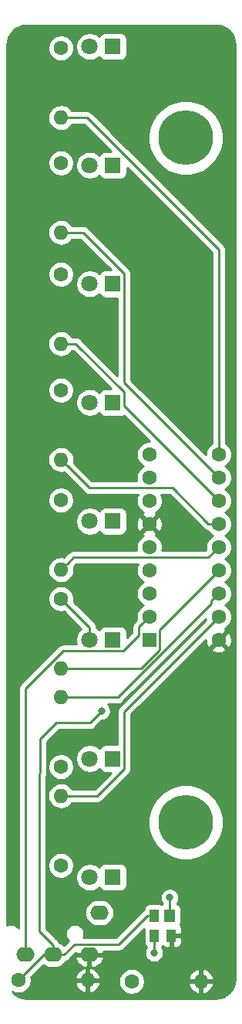
<source format=gtl>
G04 #@! TF.GenerationSoftware,KiCad,Pcbnew,5.1.3-ffb9f22~84~ubuntu16.04.1*
G04 #@! TF.CreationDate,2019-07-25T12:18:42-04:00*
G04 #@! TF.ProjectId,lightbox_pcb,6c696768-7462-46f7-985f-7063622e6b69,rev?*
G04 #@! TF.SameCoordinates,Original*
G04 #@! TF.FileFunction,Copper,L1,Top*
G04 #@! TF.FilePolarity,Positive*
%FSLAX46Y46*%
G04 Gerber Fmt 4.6, Leading zero omitted, Abs format (unit mm)*
G04 Created by KiCad (PCBNEW 5.1.3-ffb9f22~84~ubuntu16.04.1) date 2019-07-25 12:18:42*
%MOMM*%
%LPD*%
G04 APERTURE LIST*
%ADD10C,6.000000*%
%ADD11R,1.600000X1.600000*%
%ADD12C,1.600000*%
%ADD13O,1.600000X1.600000*%
%ADD14R,1.000000X1.400000*%
%ADD15R,1.200000X1.400000*%
%ADD16O,2.000000X1.600000*%
%ADD17C,1.800000*%
%ADD18R,1.800000X1.800000*%
%ADD19C,0.800000*%
%ADD20C,0.250000*%
%ADD21C,0.254000*%
G04 APERTURE END LIST*
D10*
X160000000Y-60000000D03*
D11*
X156000000Y-115000000D03*
D12*
X156000000Y-112460000D03*
X156000000Y-109920000D03*
X156000000Y-107380000D03*
X156000000Y-104840000D03*
X156000000Y-102300000D03*
X156000000Y-99760000D03*
X163620000Y-99760000D03*
X163620000Y-102300000D03*
X163620000Y-104840000D03*
X163620000Y-107380000D03*
X163620000Y-109920000D03*
X163620000Y-112460000D03*
X163620000Y-115000000D03*
X156000000Y-97220000D03*
X163620000Y-97220000D03*
X156000000Y-94680000D03*
X163620000Y-94680000D03*
D10*
X160000000Y-135000000D03*
D13*
X161671000Y-152400000D03*
D12*
X154051000Y-152400000D03*
D13*
X149225000Y-152273000D03*
D12*
X141605000Y-152273000D03*
D14*
X158430000Y-147404000D03*
X156530000Y-147404000D03*
X156530000Y-145204000D03*
D15*
X158250000Y-145204000D03*
D13*
X146304000Y-132080000D03*
D12*
X146304000Y-139700000D03*
D13*
X146304000Y-121285000D03*
D12*
X146304000Y-128905000D03*
D13*
X146304000Y-118110000D03*
D12*
X146304000Y-110490000D03*
D13*
X146304000Y-95250000D03*
D12*
X146304000Y-87630000D03*
D13*
X146304000Y-82550000D03*
D12*
X146304000Y-74930000D03*
D13*
X146304000Y-70358000D03*
D12*
X146304000Y-62738000D03*
D13*
X146304000Y-57785000D03*
D12*
X146304000Y-50165000D03*
D13*
X146304000Y-107315000D03*
D12*
X146304000Y-99695000D03*
D16*
X150517000Y-144885000D03*
X149417000Y-149485000D03*
X142417000Y-149485000D03*
X145417000Y-149485000D03*
D17*
X149460000Y-141000000D03*
D18*
X152000000Y-141000000D03*
D17*
X149460000Y-128000000D03*
D18*
X152000000Y-128000000D03*
D17*
X149460000Y-115000000D03*
D18*
X152000000Y-115000000D03*
D17*
X149460000Y-89000000D03*
D18*
X152000000Y-89000000D03*
D17*
X149460000Y-76000000D03*
D18*
X152000000Y-76000000D03*
D17*
X149460000Y-63000000D03*
D18*
X152000000Y-63000000D03*
D17*
X149460000Y-50000000D03*
D18*
X152000000Y-50000000D03*
D17*
X149460000Y-102000000D03*
D18*
X152000000Y-102000000D03*
D19*
X158242000Y-143230600D03*
X156530000Y-149286000D03*
X150734998Y-122809000D03*
D20*
X158250000Y-144254000D02*
X158242000Y-144246000D01*
X158250000Y-145204000D02*
X158250000Y-144254000D01*
X158242000Y-144246000D02*
X158242000Y-143230600D01*
X149460000Y-113646000D02*
X149460000Y-115000000D01*
X146304000Y-110490000D02*
X149460000Y-113646000D01*
X156530000Y-147404000D02*
X156530000Y-149286000D01*
X142417000Y-149485000D02*
X142617000Y-149485000D01*
X146523997Y-116225001D02*
X153160001Y-116225001D01*
X154874999Y-114510003D02*
X154874999Y-113585001D01*
X153160001Y-116225001D02*
X154874999Y-114510003D01*
X142417000Y-149485000D02*
X142417000Y-120331998D01*
X142417000Y-120331998D02*
X146523997Y-116225001D01*
X154874999Y-113585001D02*
X155200001Y-113259999D01*
X155200001Y-113259999D02*
X156000000Y-112460000D01*
X144393000Y-149485000D02*
X145417000Y-149485000D01*
X141605000Y-152273000D02*
X144393000Y-149485000D01*
X146667000Y-149485000D02*
X145417000Y-149485000D01*
X147792010Y-148359990D02*
X146667000Y-149485000D01*
X152624010Y-148359990D02*
X147792010Y-148359990D01*
X155780000Y-145204000D02*
X152624010Y-148359990D01*
X156530000Y-145204000D02*
X155780000Y-145204000D01*
X145417000Y-148435000D02*
X145178999Y-148196999D01*
X145417000Y-149485000D02*
X145417000Y-148435000D01*
X150734998Y-122809000D02*
X150734998Y-122809000D01*
X145178999Y-148196999D02*
X145148999Y-148196999D01*
X145148999Y-148196999D02*
X143891000Y-146939000D01*
X143891000Y-129652998D02*
X144018000Y-129525998D01*
X143891000Y-146939000D02*
X143891000Y-129652998D01*
X144018000Y-129525998D02*
X144018000Y-125857000D01*
X144018000Y-125857000D02*
X145796000Y-124079000D01*
X149464998Y-124079000D02*
X150734998Y-122809000D01*
X145796000Y-124079000D02*
X149464998Y-124079000D01*
X147653999Y-105965001D02*
X147103999Y-106515001D01*
X162494999Y-105965001D02*
X147653999Y-105965001D01*
X147103999Y-106515001D02*
X146304000Y-107315000D01*
X163620000Y-104840000D02*
X162494999Y-105965001D01*
X149170002Y-57785000D02*
X147435370Y-57785000D01*
X147435370Y-57785000D02*
X146304000Y-57785000D01*
X163620000Y-72234998D02*
X149170002Y-57785000D01*
X163620000Y-94680000D02*
X163620000Y-72234998D01*
X147435370Y-70358000D02*
X146304000Y-70358000D01*
X148743002Y-70358000D02*
X147435370Y-70358000D01*
X153225001Y-74839999D02*
X148743002Y-70358000D01*
X153225001Y-86825001D02*
X153225001Y-74839999D01*
X163620000Y-97220000D02*
X153225001Y-86825001D01*
X147435370Y-82550000D02*
X146304000Y-82550000D01*
X147935002Y-82550000D02*
X147435370Y-82550000D01*
X153225001Y-87839999D02*
X147935002Y-82550000D01*
X153225001Y-89365001D02*
X153225001Y-87839999D01*
X163620000Y-99760000D02*
X153225001Y-89365001D01*
X147103999Y-96049999D02*
X146304000Y-95250000D01*
X149399001Y-98345001D02*
X147103999Y-96049999D01*
X158533631Y-98345001D02*
X149399001Y-98345001D01*
X162488630Y-102300000D02*
X158533631Y-98345001D01*
X163620000Y-102300000D02*
X162488630Y-102300000D01*
X147435370Y-118110000D02*
X146304000Y-118110000D01*
X157125001Y-116060001D02*
X155075002Y-118110000D01*
X155075002Y-118110000D02*
X147435370Y-118110000D01*
X157125001Y-113874999D02*
X157125001Y-116060001D01*
X163620000Y-107380000D02*
X157125001Y-113874999D01*
X147435370Y-121285000D02*
X146304000Y-121285000D01*
X163620000Y-109920000D02*
X162820001Y-110719999D01*
X162820001Y-111001412D02*
X152536413Y-121285000D01*
X162820001Y-110719999D02*
X162820001Y-111001412D01*
X152536413Y-121285000D02*
X147435370Y-121285000D01*
X150305002Y-132080000D02*
X147435370Y-132080000D01*
X147435370Y-132080000D02*
X146304000Y-132080000D01*
X153225001Y-122854999D02*
X153225001Y-129160001D01*
X153225001Y-129160001D02*
X150305002Y-132080000D01*
X163620000Y-112460000D02*
X153225001Y-122854999D01*
D21*
G36*
X163111853Y-47652468D02*
G01*
X163244529Y-47680668D01*
X163254180Y-47681683D01*
X163729051Y-47728244D01*
X164120598Y-47846459D01*
X164481722Y-48038472D01*
X164798680Y-48296977D01*
X165059390Y-48612122D01*
X165253917Y-48971892D01*
X165374863Y-49362606D01*
X165424739Y-49837142D01*
X165427543Y-49850804D01*
X165434711Y-49921369D01*
X165456001Y-49991006D01*
X165456000Y-151930095D01*
X165453532Y-151935853D01*
X165425331Y-152068530D01*
X165424317Y-152078181D01*
X165377756Y-152553051D01*
X165259541Y-152944598D01*
X165067528Y-153305722D01*
X164809023Y-153622680D01*
X164493881Y-153883388D01*
X164134109Y-154077917D01*
X163743393Y-154198863D01*
X163268858Y-154248739D01*
X163255196Y-154251543D01*
X163184631Y-154258711D01*
X163114997Y-154280000D01*
X142709905Y-154280000D01*
X142704147Y-154277532D01*
X142571470Y-154249331D01*
X142561819Y-154248317D01*
X142086949Y-154201756D01*
X141695402Y-154083541D01*
X141334278Y-153891528D01*
X141017320Y-153633023D01*
X140954122Y-153556629D01*
X141186426Y-153652853D01*
X141463665Y-153708000D01*
X141746335Y-153708000D01*
X142023574Y-153652853D01*
X142284727Y-153544680D01*
X142519759Y-153387637D01*
X142719637Y-153187759D01*
X142876680Y-152952727D01*
X142984853Y-152691574D01*
X142998684Y-152622039D01*
X147833096Y-152622039D01*
X147873754Y-152756087D01*
X147993963Y-153010420D01*
X148161481Y-153236414D01*
X148369869Y-153425385D01*
X148611119Y-153570070D01*
X148875960Y-153664909D01*
X149098000Y-153543624D01*
X149098000Y-152400000D01*
X149352000Y-152400000D01*
X149352000Y-153543624D01*
X149574040Y-153664909D01*
X149838881Y-153570070D01*
X150080131Y-153425385D01*
X150288519Y-153236414D01*
X150456037Y-153010420D01*
X150576246Y-152756087D01*
X150616904Y-152622039D01*
X150494915Y-152400000D01*
X149352000Y-152400000D01*
X149098000Y-152400000D01*
X147955085Y-152400000D01*
X147833096Y-152622039D01*
X142998684Y-152622039D01*
X143040000Y-152414335D01*
X143040000Y-152258665D01*
X152616000Y-152258665D01*
X152616000Y-152541335D01*
X152671147Y-152818574D01*
X152779320Y-153079727D01*
X152936363Y-153314759D01*
X153136241Y-153514637D01*
X153371273Y-153671680D01*
X153632426Y-153779853D01*
X153909665Y-153835000D01*
X154192335Y-153835000D01*
X154469574Y-153779853D01*
X154730727Y-153671680D01*
X154965759Y-153514637D01*
X155165637Y-153314759D01*
X155322680Y-153079727D01*
X155430853Y-152818574D01*
X155444684Y-152749039D01*
X160279096Y-152749039D01*
X160319754Y-152883087D01*
X160439963Y-153137420D01*
X160607481Y-153363414D01*
X160815869Y-153552385D01*
X161057119Y-153697070D01*
X161321960Y-153791909D01*
X161544000Y-153670624D01*
X161544000Y-152527000D01*
X161798000Y-152527000D01*
X161798000Y-153670624D01*
X162020040Y-153791909D01*
X162284881Y-153697070D01*
X162526131Y-153552385D01*
X162734519Y-153363414D01*
X162902037Y-153137420D01*
X163022246Y-152883087D01*
X163062904Y-152749039D01*
X162940915Y-152527000D01*
X161798000Y-152527000D01*
X161544000Y-152527000D01*
X160401085Y-152527000D01*
X160279096Y-152749039D01*
X155444684Y-152749039D01*
X155486000Y-152541335D01*
X155486000Y-152258665D01*
X155444685Y-152050961D01*
X160279096Y-152050961D01*
X160401085Y-152273000D01*
X161544000Y-152273000D01*
X161544000Y-151129376D01*
X161798000Y-151129376D01*
X161798000Y-152273000D01*
X162940915Y-152273000D01*
X163062904Y-152050961D01*
X163022246Y-151916913D01*
X162902037Y-151662580D01*
X162734519Y-151436586D01*
X162526131Y-151247615D01*
X162284881Y-151102930D01*
X162020040Y-151008091D01*
X161798000Y-151129376D01*
X161544000Y-151129376D01*
X161321960Y-151008091D01*
X161057119Y-151102930D01*
X160815869Y-151247615D01*
X160607481Y-151436586D01*
X160439963Y-151662580D01*
X160319754Y-151916913D01*
X160279096Y-152050961D01*
X155444685Y-152050961D01*
X155430853Y-151981426D01*
X155322680Y-151720273D01*
X155165637Y-151485241D01*
X154965759Y-151285363D01*
X154730727Y-151128320D01*
X154469574Y-151020147D01*
X154192335Y-150965000D01*
X153909665Y-150965000D01*
X153632426Y-151020147D01*
X153371273Y-151128320D01*
X153136241Y-151285363D01*
X152936363Y-151485241D01*
X152779320Y-151720273D01*
X152671147Y-151981426D01*
X152616000Y-152258665D01*
X143040000Y-152258665D01*
X143040000Y-152131665D01*
X143003688Y-151949114D01*
X143028841Y-151923961D01*
X147833096Y-151923961D01*
X147955085Y-152146000D01*
X149098000Y-152146000D01*
X149098000Y-151002376D01*
X149352000Y-151002376D01*
X149352000Y-152146000D01*
X150494915Y-152146000D01*
X150616904Y-151923961D01*
X150576246Y-151789913D01*
X150456037Y-151535580D01*
X150288519Y-151309586D01*
X150080131Y-151120615D01*
X149838881Y-150975930D01*
X149574040Y-150881091D01*
X149352000Y-151002376D01*
X149098000Y-151002376D01*
X148875960Y-150881091D01*
X148611119Y-150975930D01*
X148369869Y-151120615D01*
X148161481Y-151309586D01*
X147993963Y-151535580D01*
X147873754Y-151789913D01*
X147833096Y-151923961D01*
X143028841Y-151923961D01*
X144335144Y-150617658D01*
X144415899Y-150683932D01*
X144665192Y-150817182D01*
X144935691Y-150899236D01*
X145146508Y-150920000D01*
X145687492Y-150920000D01*
X145898309Y-150899236D01*
X146168808Y-150817182D01*
X146418101Y-150683932D01*
X146636608Y-150504608D01*
X146815932Y-150286101D01*
X146849157Y-150223941D01*
X146959247Y-150190546D01*
X147091276Y-150119974D01*
X147207001Y-150025001D01*
X147230803Y-149995998D01*
X147392762Y-149834039D01*
X147825096Y-149834039D01*
X147835556Y-149891730D01*
X147941449Y-150153421D01*
X148096361Y-150389425D01*
X148294338Y-150590673D01*
X148527773Y-150749430D01*
X148787694Y-150859596D01*
X149064113Y-150916937D01*
X149290000Y-150764474D01*
X149290000Y-149612000D01*
X149544000Y-149612000D01*
X149544000Y-150764474D01*
X149769887Y-150916937D01*
X150046306Y-150859596D01*
X150306227Y-150749430D01*
X150539662Y-150590673D01*
X150737639Y-150389425D01*
X150892551Y-150153421D01*
X150998444Y-149891730D01*
X151008904Y-149834039D01*
X150886915Y-149612000D01*
X149544000Y-149612000D01*
X149290000Y-149612000D01*
X147947085Y-149612000D01*
X147825096Y-149834039D01*
X147392762Y-149834039D01*
X147919327Y-149307476D01*
X147947085Y-149358000D01*
X149290000Y-149358000D01*
X149290000Y-149338000D01*
X149544000Y-149338000D01*
X149544000Y-149358000D01*
X150886915Y-149358000D01*
X151008904Y-149135961D01*
X151006008Y-149119990D01*
X152586688Y-149119990D01*
X152624010Y-149123666D01*
X152661332Y-149119990D01*
X152661343Y-149119990D01*
X152772996Y-149108993D01*
X152916257Y-149065536D01*
X153048286Y-148994964D01*
X153164011Y-148899991D01*
X153187814Y-148870987D01*
X155395984Y-146662818D01*
X155391928Y-146704000D01*
X155391928Y-148104000D01*
X155404188Y-148228482D01*
X155440498Y-148348180D01*
X155499463Y-148458494D01*
X155578815Y-148555185D01*
X155675506Y-148634537D01*
X155708666Y-148652262D01*
X155612795Y-148795744D01*
X155534774Y-148984102D01*
X155495000Y-149184061D01*
X155495000Y-149387939D01*
X155534774Y-149587898D01*
X155612795Y-149776256D01*
X155726063Y-149945774D01*
X155870226Y-150089937D01*
X156039744Y-150203205D01*
X156228102Y-150281226D01*
X156428061Y-150321000D01*
X156631939Y-150321000D01*
X156831898Y-150281226D01*
X157020256Y-150203205D01*
X157189774Y-150089937D01*
X157333937Y-149945774D01*
X157447205Y-149776256D01*
X157525226Y-149587898D01*
X157565000Y-149387939D01*
X157565000Y-149184061D01*
X157525226Y-148984102D01*
X157447205Y-148795744D01*
X157351334Y-148652262D01*
X157384494Y-148634537D01*
X157480000Y-148556158D01*
X157575506Y-148634537D01*
X157685820Y-148693502D01*
X157805518Y-148729812D01*
X157930000Y-148742072D01*
X158144250Y-148739000D01*
X158303000Y-148580250D01*
X158303000Y-147531000D01*
X158557000Y-147531000D01*
X158557000Y-148580250D01*
X158715750Y-148739000D01*
X158930000Y-148742072D01*
X159054482Y-148729812D01*
X159174180Y-148693502D01*
X159284494Y-148634537D01*
X159381185Y-148555185D01*
X159460537Y-148458494D01*
X159519502Y-148348180D01*
X159555812Y-148228482D01*
X159568072Y-148104000D01*
X159565000Y-147689750D01*
X159406250Y-147531000D01*
X158557000Y-147531000D01*
X158303000Y-147531000D01*
X158283000Y-147531000D01*
X158283000Y-147277000D01*
X158303000Y-147277000D01*
X158303000Y-147257000D01*
X158557000Y-147257000D01*
X158557000Y-147277000D01*
X159406250Y-147277000D01*
X159565000Y-147118250D01*
X159568072Y-146704000D01*
X159555812Y-146579518D01*
X159519502Y-146459820D01*
X159460537Y-146349506D01*
X159382631Y-146254577D01*
X159439502Y-146148180D01*
X159475812Y-146028482D01*
X159488072Y-145904000D01*
X159488072Y-144504000D01*
X159475812Y-144379518D01*
X159439502Y-144259820D01*
X159380537Y-144149506D01*
X159301185Y-144052815D01*
X159204494Y-143973463D01*
X159094180Y-143914498D01*
X159038656Y-143897655D01*
X159045937Y-143890374D01*
X159159205Y-143720856D01*
X159237226Y-143532498D01*
X159277000Y-143332539D01*
X159277000Y-143128661D01*
X159237226Y-142928702D01*
X159159205Y-142740344D01*
X159045937Y-142570826D01*
X158901774Y-142426663D01*
X158732256Y-142313395D01*
X158543898Y-142235374D01*
X158343939Y-142195600D01*
X158140061Y-142195600D01*
X157940102Y-142235374D01*
X157751744Y-142313395D01*
X157582226Y-142426663D01*
X157438063Y-142570826D01*
X157324795Y-142740344D01*
X157246774Y-142928702D01*
X157207000Y-143128661D01*
X157207000Y-143332539D01*
X157246774Y-143532498D01*
X157324795Y-143720856D01*
X157438063Y-143890374D01*
X157449068Y-143901379D01*
X157405820Y-143914498D01*
X157340000Y-143949680D01*
X157274180Y-143914498D01*
X157154482Y-143878188D01*
X157030000Y-143865928D01*
X156030000Y-143865928D01*
X155905518Y-143878188D01*
X155785820Y-143914498D01*
X155675506Y-143973463D01*
X155578815Y-144052815D01*
X155499463Y-144149506D01*
X155440498Y-144259820D01*
X155404188Y-144379518D01*
X155391928Y-144504000D01*
X155391928Y-144549674D01*
X155355724Y-144569026D01*
X155239999Y-144663999D01*
X155216201Y-144692997D01*
X152309209Y-147599990D01*
X148765381Y-147599990D01*
X148812226Y-147486898D01*
X148852000Y-147286939D01*
X148852000Y-147083061D01*
X148812226Y-146883102D01*
X148734205Y-146694744D01*
X148620937Y-146525226D01*
X148476774Y-146381063D01*
X148307256Y-146267795D01*
X148118898Y-146189774D01*
X147918939Y-146150000D01*
X147715061Y-146150000D01*
X147515102Y-146189774D01*
X147326744Y-146267795D01*
X147157226Y-146381063D01*
X147013063Y-146525226D01*
X146899795Y-146694744D01*
X146821774Y-146883102D01*
X146782000Y-147083061D01*
X146782000Y-147286939D01*
X146821774Y-147486898D01*
X146899795Y-147675256D01*
X147013063Y-147844774D01*
X147122743Y-147954454D01*
X146622986Y-148454212D01*
X146418101Y-148286068D01*
X146168808Y-148152818D01*
X146120014Y-148138017D01*
X146051974Y-148010724D01*
X145957001Y-147894999D01*
X145927997Y-147871196D01*
X145742803Y-147686002D01*
X145719000Y-147656998D01*
X145603275Y-147562025D01*
X145572236Y-147545434D01*
X144651000Y-146624199D01*
X144651000Y-144885000D01*
X148875057Y-144885000D01*
X148902764Y-145166309D01*
X148984818Y-145436808D01*
X149118068Y-145686101D01*
X149297392Y-145904608D01*
X149515899Y-146083932D01*
X149765192Y-146217182D01*
X150035691Y-146299236D01*
X150246508Y-146320000D01*
X150787492Y-146320000D01*
X150998309Y-146299236D01*
X151268808Y-146217182D01*
X151518101Y-146083932D01*
X151736608Y-145904608D01*
X151915932Y-145686101D01*
X152049182Y-145436808D01*
X152131236Y-145166309D01*
X152158943Y-144885000D01*
X152131236Y-144603691D01*
X152049182Y-144333192D01*
X151915932Y-144083899D01*
X151736608Y-143865392D01*
X151518101Y-143686068D01*
X151268808Y-143552818D01*
X150998309Y-143470764D01*
X150787492Y-143450000D01*
X150246508Y-143450000D01*
X150035691Y-143470764D01*
X149765192Y-143552818D01*
X149515899Y-143686068D01*
X149297392Y-143865392D01*
X149118068Y-144083899D01*
X148984818Y-144333192D01*
X148902764Y-144603691D01*
X148875057Y-144885000D01*
X144651000Y-144885000D01*
X144651000Y-139558665D01*
X144869000Y-139558665D01*
X144869000Y-139841335D01*
X144924147Y-140118574D01*
X145032320Y-140379727D01*
X145189363Y-140614759D01*
X145389241Y-140814637D01*
X145624273Y-140971680D01*
X145885426Y-141079853D01*
X146162665Y-141135000D01*
X146445335Y-141135000D01*
X146722574Y-141079853D01*
X146983727Y-140971680D01*
X147167606Y-140848816D01*
X147925000Y-140848816D01*
X147925000Y-141151184D01*
X147983989Y-141447743D01*
X148099701Y-141727095D01*
X148267688Y-141978505D01*
X148481495Y-142192312D01*
X148732905Y-142360299D01*
X149012257Y-142476011D01*
X149308816Y-142535000D01*
X149611184Y-142535000D01*
X149907743Y-142476011D01*
X150187095Y-142360299D01*
X150438505Y-142192312D01*
X150504944Y-142125873D01*
X150510498Y-142144180D01*
X150569463Y-142254494D01*
X150648815Y-142351185D01*
X150745506Y-142430537D01*
X150855820Y-142489502D01*
X150975518Y-142525812D01*
X151100000Y-142538072D01*
X152900000Y-142538072D01*
X153024482Y-142525812D01*
X153144180Y-142489502D01*
X153254494Y-142430537D01*
X153351185Y-142351185D01*
X153430537Y-142254494D01*
X153489502Y-142144180D01*
X153525812Y-142024482D01*
X153538072Y-141900000D01*
X153538072Y-140100000D01*
X153525812Y-139975518D01*
X153489502Y-139855820D01*
X153430537Y-139745506D01*
X153351185Y-139648815D01*
X153254494Y-139569463D01*
X153144180Y-139510498D01*
X153024482Y-139474188D01*
X152900000Y-139461928D01*
X151100000Y-139461928D01*
X150975518Y-139474188D01*
X150855820Y-139510498D01*
X150745506Y-139569463D01*
X150648815Y-139648815D01*
X150569463Y-139745506D01*
X150510498Y-139855820D01*
X150504944Y-139874127D01*
X150438505Y-139807688D01*
X150187095Y-139639701D01*
X149907743Y-139523989D01*
X149611184Y-139465000D01*
X149308816Y-139465000D01*
X149012257Y-139523989D01*
X148732905Y-139639701D01*
X148481495Y-139807688D01*
X148267688Y-140021495D01*
X148099701Y-140272905D01*
X147983989Y-140552257D01*
X147925000Y-140848816D01*
X147167606Y-140848816D01*
X147218759Y-140814637D01*
X147418637Y-140614759D01*
X147575680Y-140379727D01*
X147683853Y-140118574D01*
X147739000Y-139841335D01*
X147739000Y-139558665D01*
X147683853Y-139281426D01*
X147575680Y-139020273D01*
X147418637Y-138785241D01*
X147218759Y-138585363D01*
X146983727Y-138428320D01*
X146722574Y-138320147D01*
X146445335Y-138265000D01*
X146162665Y-138265000D01*
X145885426Y-138320147D01*
X145624273Y-138428320D01*
X145389241Y-138585363D01*
X145189363Y-138785241D01*
X145032320Y-139020273D01*
X144924147Y-139281426D01*
X144869000Y-139558665D01*
X144651000Y-139558665D01*
X144651000Y-134593526D01*
X155873000Y-134593526D01*
X155873000Y-135406474D01*
X156031598Y-136203802D01*
X156342700Y-136954868D01*
X156794350Y-137630809D01*
X157369191Y-138205650D01*
X158045132Y-138657300D01*
X158796198Y-138968402D01*
X159593526Y-139127000D01*
X160406474Y-139127000D01*
X161203802Y-138968402D01*
X161954868Y-138657300D01*
X162630809Y-138205650D01*
X163205650Y-137630809D01*
X163657300Y-136954868D01*
X163968402Y-136203802D01*
X164127000Y-135406474D01*
X164127000Y-134593526D01*
X163968402Y-133796198D01*
X163657300Y-133045132D01*
X163205650Y-132369191D01*
X162630809Y-131794350D01*
X161954868Y-131342700D01*
X161203802Y-131031598D01*
X160406474Y-130873000D01*
X159593526Y-130873000D01*
X158796198Y-131031598D01*
X158045132Y-131342700D01*
X157369191Y-131794350D01*
X156794350Y-132369191D01*
X156342700Y-133045132D01*
X156031598Y-133796198D01*
X155873000Y-134593526D01*
X144651000Y-134593526D01*
X144651000Y-129952679D01*
X144652974Y-129950274D01*
X144723546Y-129818245D01*
X144767003Y-129674984D01*
X144778000Y-129563331D01*
X144778000Y-129563321D01*
X144781676Y-129525999D01*
X144778000Y-129488676D01*
X144778000Y-128763665D01*
X144869000Y-128763665D01*
X144869000Y-129046335D01*
X144924147Y-129323574D01*
X145032320Y-129584727D01*
X145189363Y-129819759D01*
X145389241Y-130019637D01*
X145624273Y-130176680D01*
X145885426Y-130284853D01*
X146162665Y-130340000D01*
X146445335Y-130340000D01*
X146722574Y-130284853D01*
X146983727Y-130176680D01*
X147218759Y-130019637D01*
X147418637Y-129819759D01*
X147575680Y-129584727D01*
X147683853Y-129323574D01*
X147739000Y-129046335D01*
X147739000Y-128763665D01*
X147683853Y-128486426D01*
X147575680Y-128225273D01*
X147418637Y-127990241D01*
X147218759Y-127790363D01*
X146983727Y-127633320D01*
X146722574Y-127525147D01*
X146445335Y-127470000D01*
X146162665Y-127470000D01*
X145885426Y-127525147D01*
X145624273Y-127633320D01*
X145389241Y-127790363D01*
X145189363Y-127990241D01*
X145032320Y-128225273D01*
X144924147Y-128486426D01*
X144869000Y-128763665D01*
X144778000Y-128763665D01*
X144778000Y-126171801D01*
X146110802Y-124839000D01*
X149427676Y-124839000D01*
X149464998Y-124842676D01*
X149502320Y-124839000D01*
X149502331Y-124839000D01*
X149613984Y-124828003D01*
X149757245Y-124784546D01*
X149889274Y-124713974D01*
X150004999Y-124619001D01*
X150028802Y-124589997D01*
X150774800Y-123844000D01*
X150836937Y-123844000D01*
X151036896Y-123804226D01*
X151225254Y-123726205D01*
X151394772Y-123612937D01*
X151538935Y-123468774D01*
X151652203Y-123299256D01*
X151730224Y-123110898D01*
X151769998Y-122910939D01*
X151769998Y-122707061D01*
X151730224Y-122507102D01*
X151652203Y-122318744D01*
X151538935Y-122149226D01*
X151434709Y-122045000D01*
X152499091Y-122045000D01*
X152536413Y-122048676D01*
X152573735Y-122045000D01*
X152573746Y-122045000D01*
X152685399Y-122034003D01*
X152828660Y-121990546D01*
X152960689Y-121919974D01*
X153076414Y-121825001D01*
X153100217Y-121795997D01*
X162203230Y-112692984D01*
X162221312Y-112783886D01*
X152714004Y-122291195D01*
X152685000Y-122314998D01*
X152629872Y-122382173D01*
X152590027Y-122430723D01*
X152544043Y-122516753D01*
X152519455Y-122562753D01*
X152475998Y-122706014D01*
X152465001Y-122817667D01*
X152465001Y-122817677D01*
X152461325Y-122854999D01*
X152465001Y-122892322D01*
X152465002Y-126461928D01*
X151100000Y-126461928D01*
X150975518Y-126474188D01*
X150855820Y-126510498D01*
X150745506Y-126569463D01*
X150648815Y-126648815D01*
X150569463Y-126745506D01*
X150510498Y-126855820D01*
X150504944Y-126874127D01*
X150438505Y-126807688D01*
X150187095Y-126639701D01*
X149907743Y-126523989D01*
X149611184Y-126465000D01*
X149308816Y-126465000D01*
X149012257Y-126523989D01*
X148732905Y-126639701D01*
X148481495Y-126807688D01*
X148267688Y-127021495D01*
X148099701Y-127272905D01*
X147983989Y-127552257D01*
X147925000Y-127848816D01*
X147925000Y-128151184D01*
X147983989Y-128447743D01*
X148099701Y-128727095D01*
X148267688Y-128978505D01*
X148481495Y-129192312D01*
X148732905Y-129360299D01*
X149012257Y-129476011D01*
X149308816Y-129535000D01*
X149611184Y-129535000D01*
X149907743Y-129476011D01*
X150187095Y-129360299D01*
X150438505Y-129192312D01*
X150504944Y-129125873D01*
X150510498Y-129144180D01*
X150569463Y-129254494D01*
X150648815Y-129351185D01*
X150745506Y-129430537D01*
X150855820Y-129489502D01*
X150975518Y-129525812D01*
X151100000Y-129538072D01*
X151772128Y-129538072D01*
X149990201Y-131320000D01*
X147524901Y-131320000D01*
X147502932Y-131278899D01*
X147323608Y-131060392D01*
X147105101Y-130881068D01*
X146855808Y-130747818D01*
X146585309Y-130665764D01*
X146374492Y-130645000D01*
X146233508Y-130645000D01*
X146022691Y-130665764D01*
X145752192Y-130747818D01*
X145502899Y-130881068D01*
X145284392Y-131060392D01*
X145105068Y-131278899D01*
X144971818Y-131528192D01*
X144889764Y-131798691D01*
X144862057Y-132080000D01*
X144889764Y-132361309D01*
X144971818Y-132631808D01*
X145105068Y-132881101D01*
X145284392Y-133099608D01*
X145502899Y-133278932D01*
X145752192Y-133412182D01*
X146022691Y-133494236D01*
X146233508Y-133515000D01*
X146374492Y-133515000D01*
X146585309Y-133494236D01*
X146855808Y-133412182D01*
X147105101Y-133278932D01*
X147323608Y-133099608D01*
X147502932Y-132881101D01*
X147524901Y-132840000D01*
X150267680Y-132840000D01*
X150305002Y-132843676D01*
X150342324Y-132840000D01*
X150342335Y-132840000D01*
X150453988Y-132829003D01*
X150597249Y-132785546D01*
X150729278Y-132714974D01*
X150845003Y-132620001D01*
X150868806Y-132590997D01*
X153736004Y-129723800D01*
X153765002Y-129700002D01*
X153859975Y-129584277D01*
X153930547Y-129452248D01*
X153974004Y-129308987D01*
X153985001Y-129197334D01*
X153985001Y-129197325D01*
X153988677Y-129160002D01*
X153985001Y-129122679D01*
X153985001Y-123169800D01*
X161162099Y-115992702D01*
X162806903Y-115992702D01*
X162878486Y-116236671D01*
X163133996Y-116357571D01*
X163408184Y-116426300D01*
X163690512Y-116440217D01*
X163970130Y-116398787D01*
X164236292Y-116303603D01*
X164361514Y-116236671D01*
X164433097Y-115992702D01*
X163620000Y-115179605D01*
X162806903Y-115992702D01*
X161162099Y-115992702D01*
X162184734Y-114970068D01*
X162179783Y-115070512D01*
X162221213Y-115350130D01*
X162316397Y-115616292D01*
X162383329Y-115741514D01*
X162627298Y-115813097D01*
X163440395Y-115000000D01*
X163799605Y-115000000D01*
X164612702Y-115813097D01*
X164856671Y-115741514D01*
X164977571Y-115486004D01*
X165046300Y-115211816D01*
X165060217Y-114929488D01*
X165018787Y-114649870D01*
X164923603Y-114383708D01*
X164856671Y-114258486D01*
X164612702Y-114186903D01*
X163799605Y-115000000D01*
X163440395Y-115000000D01*
X163426253Y-114985858D01*
X163605858Y-114806253D01*
X163620000Y-114820395D01*
X164433097Y-114007298D01*
X164361514Y-113763329D01*
X164297008Y-113732806D01*
X164299727Y-113731680D01*
X164534759Y-113574637D01*
X164734637Y-113374759D01*
X164891680Y-113139727D01*
X164999853Y-112878574D01*
X165055000Y-112601335D01*
X165055000Y-112318665D01*
X164999853Y-112041426D01*
X164891680Y-111780273D01*
X164734637Y-111545241D01*
X164534759Y-111345363D01*
X164302241Y-111190000D01*
X164534759Y-111034637D01*
X164734637Y-110834759D01*
X164891680Y-110599727D01*
X164999853Y-110338574D01*
X165055000Y-110061335D01*
X165055000Y-109778665D01*
X164999853Y-109501426D01*
X164891680Y-109240273D01*
X164734637Y-109005241D01*
X164534759Y-108805363D01*
X164302241Y-108650000D01*
X164534759Y-108494637D01*
X164734637Y-108294759D01*
X164891680Y-108059727D01*
X164999853Y-107798574D01*
X165055000Y-107521335D01*
X165055000Y-107238665D01*
X164999853Y-106961426D01*
X164891680Y-106700273D01*
X164734637Y-106465241D01*
X164534759Y-106265363D01*
X164302241Y-106110000D01*
X164534759Y-105954637D01*
X164734637Y-105754759D01*
X164891680Y-105519727D01*
X164999853Y-105258574D01*
X165055000Y-104981335D01*
X165055000Y-104698665D01*
X164999853Y-104421426D01*
X164891680Y-104160273D01*
X164734637Y-103925241D01*
X164534759Y-103725363D01*
X164302241Y-103570000D01*
X164534759Y-103414637D01*
X164734637Y-103214759D01*
X164891680Y-102979727D01*
X164999853Y-102718574D01*
X165055000Y-102441335D01*
X165055000Y-102158665D01*
X164999853Y-101881426D01*
X164891680Y-101620273D01*
X164734637Y-101385241D01*
X164534759Y-101185363D01*
X164302241Y-101030000D01*
X164534759Y-100874637D01*
X164734637Y-100674759D01*
X164891680Y-100439727D01*
X164999853Y-100178574D01*
X165055000Y-99901335D01*
X165055000Y-99618665D01*
X164999853Y-99341426D01*
X164891680Y-99080273D01*
X164734637Y-98845241D01*
X164534759Y-98645363D01*
X164302241Y-98490000D01*
X164534759Y-98334637D01*
X164734637Y-98134759D01*
X164891680Y-97899727D01*
X164999853Y-97638574D01*
X165055000Y-97361335D01*
X165055000Y-97078665D01*
X164999853Y-96801426D01*
X164891680Y-96540273D01*
X164734637Y-96305241D01*
X164534759Y-96105363D01*
X164302241Y-95950000D01*
X164534759Y-95794637D01*
X164734637Y-95594759D01*
X164891680Y-95359727D01*
X164999853Y-95098574D01*
X165055000Y-94821335D01*
X165055000Y-94538665D01*
X164999853Y-94261426D01*
X164891680Y-94000273D01*
X164734637Y-93765241D01*
X164534759Y-93565363D01*
X164380000Y-93461957D01*
X164380000Y-72272320D01*
X164383676Y-72234997D01*
X164380000Y-72197674D01*
X164380000Y-72197665D01*
X164369003Y-72086012D01*
X164325546Y-71942751D01*
X164254974Y-71810721D01*
X164183799Y-71723995D01*
X164160001Y-71694997D01*
X164131003Y-71671199D01*
X152053330Y-59593526D01*
X155873000Y-59593526D01*
X155873000Y-60406474D01*
X156031598Y-61203802D01*
X156342700Y-61954868D01*
X156794350Y-62630809D01*
X157369191Y-63205650D01*
X158045132Y-63657300D01*
X158796198Y-63968402D01*
X159593526Y-64127000D01*
X160406474Y-64127000D01*
X161203802Y-63968402D01*
X161954868Y-63657300D01*
X162630809Y-63205650D01*
X163205650Y-62630809D01*
X163657300Y-61954868D01*
X163968402Y-61203802D01*
X164127000Y-60406474D01*
X164127000Y-59593526D01*
X163968402Y-58796198D01*
X163657300Y-58045132D01*
X163205650Y-57369191D01*
X162630809Y-56794350D01*
X161954868Y-56342700D01*
X161203802Y-56031598D01*
X160406474Y-55873000D01*
X159593526Y-55873000D01*
X158796198Y-56031598D01*
X158045132Y-56342700D01*
X157369191Y-56794350D01*
X156794350Y-57369191D01*
X156342700Y-58045132D01*
X156031598Y-58796198D01*
X155873000Y-59593526D01*
X152053330Y-59593526D01*
X149733806Y-57274003D01*
X149710003Y-57244999D01*
X149594278Y-57150026D01*
X149462249Y-57079454D01*
X149318988Y-57035997D01*
X149207335Y-57025000D01*
X149207324Y-57025000D01*
X149170002Y-57021324D01*
X149132680Y-57025000D01*
X147524901Y-57025000D01*
X147502932Y-56983899D01*
X147323608Y-56765392D01*
X147105101Y-56586068D01*
X146855808Y-56452818D01*
X146585309Y-56370764D01*
X146374492Y-56350000D01*
X146233508Y-56350000D01*
X146022691Y-56370764D01*
X145752192Y-56452818D01*
X145502899Y-56586068D01*
X145284392Y-56765392D01*
X145105068Y-56983899D01*
X144971818Y-57233192D01*
X144889764Y-57503691D01*
X144862057Y-57785000D01*
X144889764Y-58066309D01*
X144971818Y-58336808D01*
X145105068Y-58586101D01*
X145284392Y-58804608D01*
X145502899Y-58983932D01*
X145752192Y-59117182D01*
X146022691Y-59199236D01*
X146233508Y-59220000D01*
X146374492Y-59220000D01*
X146585309Y-59199236D01*
X146855808Y-59117182D01*
X147105101Y-58983932D01*
X147323608Y-58804608D01*
X147502932Y-58586101D01*
X147524901Y-58545000D01*
X148855201Y-58545000D01*
X151772129Y-61461928D01*
X151100000Y-61461928D01*
X150975518Y-61474188D01*
X150855820Y-61510498D01*
X150745506Y-61569463D01*
X150648815Y-61648815D01*
X150569463Y-61745506D01*
X150510498Y-61855820D01*
X150504944Y-61874127D01*
X150438505Y-61807688D01*
X150187095Y-61639701D01*
X149907743Y-61523989D01*
X149611184Y-61465000D01*
X149308816Y-61465000D01*
X149012257Y-61523989D01*
X148732905Y-61639701D01*
X148481495Y-61807688D01*
X148267688Y-62021495D01*
X148099701Y-62272905D01*
X147983989Y-62552257D01*
X147925000Y-62848816D01*
X147925000Y-63151184D01*
X147983989Y-63447743D01*
X148099701Y-63727095D01*
X148267688Y-63978505D01*
X148481495Y-64192312D01*
X148732905Y-64360299D01*
X149012257Y-64476011D01*
X149308816Y-64535000D01*
X149611184Y-64535000D01*
X149907743Y-64476011D01*
X150187095Y-64360299D01*
X150438505Y-64192312D01*
X150504944Y-64125873D01*
X150510498Y-64144180D01*
X150569463Y-64254494D01*
X150648815Y-64351185D01*
X150745506Y-64430537D01*
X150855820Y-64489502D01*
X150975518Y-64525812D01*
X151100000Y-64538072D01*
X152900000Y-64538072D01*
X153024482Y-64525812D01*
X153144180Y-64489502D01*
X153254494Y-64430537D01*
X153351185Y-64351185D01*
X153430537Y-64254494D01*
X153489502Y-64144180D01*
X153525812Y-64024482D01*
X153538072Y-63900000D01*
X153538072Y-63227871D01*
X162860001Y-72549801D01*
X162860000Y-93461957D01*
X162705241Y-93565363D01*
X162505363Y-93765241D01*
X162348320Y-94000273D01*
X162240147Y-94261426D01*
X162185000Y-94538665D01*
X162185000Y-94710198D01*
X153985001Y-86510200D01*
X153985001Y-74877324D01*
X153988677Y-74839999D01*
X153985001Y-74802674D01*
X153985001Y-74802666D01*
X153974004Y-74691013D01*
X153930547Y-74547752D01*
X153859975Y-74415723D01*
X153765002Y-74299998D01*
X153736004Y-74276200D01*
X149306806Y-69847003D01*
X149283003Y-69817999D01*
X149167278Y-69723026D01*
X149035249Y-69652454D01*
X148891988Y-69608997D01*
X148780335Y-69598000D01*
X148780324Y-69598000D01*
X148743002Y-69594324D01*
X148705680Y-69598000D01*
X147524901Y-69598000D01*
X147502932Y-69556899D01*
X147323608Y-69338392D01*
X147105101Y-69159068D01*
X146855808Y-69025818D01*
X146585309Y-68943764D01*
X146374492Y-68923000D01*
X146233508Y-68923000D01*
X146022691Y-68943764D01*
X145752192Y-69025818D01*
X145502899Y-69159068D01*
X145284392Y-69338392D01*
X145105068Y-69556899D01*
X144971818Y-69806192D01*
X144889764Y-70076691D01*
X144862057Y-70358000D01*
X144889764Y-70639309D01*
X144971818Y-70909808D01*
X145105068Y-71159101D01*
X145284392Y-71377608D01*
X145502899Y-71556932D01*
X145752192Y-71690182D01*
X146022691Y-71772236D01*
X146233508Y-71793000D01*
X146374492Y-71793000D01*
X146585309Y-71772236D01*
X146855808Y-71690182D01*
X147105101Y-71556932D01*
X147323608Y-71377608D01*
X147502932Y-71159101D01*
X147524901Y-71118000D01*
X148428201Y-71118000D01*
X151772128Y-74461928D01*
X151100000Y-74461928D01*
X150975518Y-74474188D01*
X150855820Y-74510498D01*
X150745506Y-74569463D01*
X150648815Y-74648815D01*
X150569463Y-74745506D01*
X150510498Y-74855820D01*
X150504944Y-74874127D01*
X150438505Y-74807688D01*
X150187095Y-74639701D01*
X149907743Y-74523989D01*
X149611184Y-74465000D01*
X149308816Y-74465000D01*
X149012257Y-74523989D01*
X148732905Y-74639701D01*
X148481495Y-74807688D01*
X148267688Y-75021495D01*
X148099701Y-75272905D01*
X147983989Y-75552257D01*
X147925000Y-75848816D01*
X147925000Y-76151184D01*
X147983989Y-76447743D01*
X148099701Y-76727095D01*
X148267688Y-76978505D01*
X148481495Y-77192312D01*
X148732905Y-77360299D01*
X149012257Y-77476011D01*
X149308816Y-77535000D01*
X149611184Y-77535000D01*
X149907743Y-77476011D01*
X150187095Y-77360299D01*
X150438505Y-77192312D01*
X150504944Y-77125873D01*
X150510498Y-77144180D01*
X150569463Y-77254494D01*
X150648815Y-77351185D01*
X150745506Y-77430537D01*
X150855820Y-77489502D01*
X150975518Y-77525812D01*
X151100000Y-77538072D01*
X152465002Y-77538072D01*
X152465001Y-86005197D01*
X148498806Y-82039003D01*
X148475003Y-82009999D01*
X148359278Y-81915026D01*
X148227249Y-81844454D01*
X148083988Y-81800997D01*
X147972335Y-81790000D01*
X147972324Y-81790000D01*
X147935002Y-81786324D01*
X147897680Y-81790000D01*
X147524901Y-81790000D01*
X147502932Y-81748899D01*
X147323608Y-81530392D01*
X147105101Y-81351068D01*
X146855808Y-81217818D01*
X146585309Y-81135764D01*
X146374492Y-81115000D01*
X146233508Y-81115000D01*
X146022691Y-81135764D01*
X145752192Y-81217818D01*
X145502899Y-81351068D01*
X145284392Y-81530392D01*
X145105068Y-81748899D01*
X144971818Y-81998192D01*
X144889764Y-82268691D01*
X144862057Y-82550000D01*
X144889764Y-82831309D01*
X144971818Y-83101808D01*
X145105068Y-83351101D01*
X145284392Y-83569608D01*
X145502899Y-83748932D01*
X145752192Y-83882182D01*
X146022691Y-83964236D01*
X146233508Y-83985000D01*
X146374492Y-83985000D01*
X146585309Y-83964236D01*
X146855808Y-83882182D01*
X147105101Y-83748932D01*
X147323608Y-83569608D01*
X147502932Y-83351101D01*
X147524901Y-83310000D01*
X147620201Y-83310000D01*
X151772128Y-87461928D01*
X151100000Y-87461928D01*
X150975518Y-87474188D01*
X150855820Y-87510498D01*
X150745506Y-87569463D01*
X150648815Y-87648815D01*
X150569463Y-87745506D01*
X150510498Y-87855820D01*
X150504944Y-87874127D01*
X150438505Y-87807688D01*
X150187095Y-87639701D01*
X149907743Y-87523989D01*
X149611184Y-87465000D01*
X149308816Y-87465000D01*
X149012257Y-87523989D01*
X148732905Y-87639701D01*
X148481495Y-87807688D01*
X148267688Y-88021495D01*
X148099701Y-88272905D01*
X147983989Y-88552257D01*
X147925000Y-88848816D01*
X147925000Y-89151184D01*
X147983989Y-89447743D01*
X148099701Y-89727095D01*
X148267688Y-89978505D01*
X148481495Y-90192312D01*
X148732905Y-90360299D01*
X149012257Y-90476011D01*
X149308816Y-90535000D01*
X149611184Y-90535000D01*
X149907743Y-90476011D01*
X150187095Y-90360299D01*
X150438505Y-90192312D01*
X150504944Y-90125873D01*
X150510498Y-90144180D01*
X150569463Y-90254494D01*
X150648815Y-90351185D01*
X150745506Y-90430537D01*
X150855820Y-90489502D01*
X150975518Y-90525812D01*
X151100000Y-90538072D01*
X152900000Y-90538072D01*
X153024482Y-90525812D01*
X153144180Y-90489502D01*
X153229237Y-90444038D01*
X156030199Y-93245000D01*
X155858665Y-93245000D01*
X155581426Y-93300147D01*
X155320273Y-93408320D01*
X155085241Y-93565363D01*
X154885363Y-93765241D01*
X154728320Y-94000273D01*
X154620147Y-94261426D01*
X154565000Y-94538665D01*
X154565000Y-94821335D01*
X154620147Y-95098574D01*
X154728320Y-95359727D01*
X154885363Y-95594759D01*
X155085241Y-95794637D01*
X155317759Y-95950000D01*
X155085241Y-96105363D01*
X154885363Y-96305241D01*
X154728320Y-96540273D01*
X154620147Y-96801426D01*
X154565000Y-97078665D01*
X154565000Y-97361335D01*
X154609491Y-97585001D01*
X149713803Y-97585001D01*
X147704708Y-95575907D01*
X147718236Y-95531309D01*
X147745943Y-95250000D01*
X147718236Y-94968691D01*
X147636182Y-94698192D01*
X147502932Y-94448899D01*
X147323608Y-94230392D01*
X147105101Y-94051068D01*
X146855808Y-93917818D01*
X146585309Y-93835764D01*
X146374492Y-93815000D01*
X146233508Y-93815000D01*
X146022691Y-93835764D01*
X145752192Y-93917818D01*
X145502899Y-94051068D01*
X145284392Y-94230392D01*
X145105068Y-94448899D01*
X144971818Y-94698192D01*
X144889764Y-94968691D01*
X144862057Y-95250000D01*
X144889764Y-95531309D01*
X144971818Y-95801808D01*
X145105068Y-96051101D01*
X145284392Y-96269608D01*
X145502899Y-96448932D01*
X145752192Y-96582182D01*
X146022691Y-96664236D01*
X146233508Y-96685000D01*
X146374492Y-96685000D01*
X146585309Y-96664236D01*
X146629907Y-96650708D01*
X148835201Y-98856003D01*
X148859000Y-98885002D01*
X148887998Y-98908800D01*
X148974724Y-98979975D01*
X149106754Y-99050547D01*
X149250015Y-99094004D01*
X149361668Y-99105001D01*
X149361678Y-99105001D01*
X149399001Y-99108677D01*
X149436324Y-99105001D01*
X154718077Y-99105001D01*
X154620147Y-99341426D01*
X154565000Y-99618665D01*
X154565000Y-99901335D01*
X154620147Y-100178574D01*
X154728320Y-100439727D01*
X154885363Y-100674759D01*
X155085241Y-100874637D01*
X155319128Y-101030915D01*
X155258486Y-101063329D01*
X155186903Y-101307298D01*
X156000000Y-102120395D01*
X156813097Y-101307298D01*
X156741514Y-101063329D01*
X156677008Y-101032806D01*
X156679727Y-101031680D01*
X156914759Y-100874637D01*
X157114637Y-100674759D01*
X157271680Y-100439727D01*
X157379853Y-100178574D01*
X157435000Y-99901335D01*
X157435000Y-99618665D01*
X157379853Y-99341426D01*
X157281923Y-99105001D01*
X158218830Y-99105001D01*
X161924831Y-102811003D01*
X161948629Y-102840001D01*
X162064354Y-102934974D01*
X162196383Y-103005546D01*
X162339644Y-103049003D01*
X162398481Y-103054798D01*
X162505363Y-103214759D01*
X162705241Y-103414637D01*
X162937759Y-103570000D01*
X162705241Y-103725363D01*
X162505363Y-103925241D01*
X162348320Y-104160273D01*
X162240147Y-104421426D01*
X162185000Y-104698665D01*
X162185000Y-104981335D01*
X162221312Y-105163887D01*
X162180198Y-105205001D01*
X157390509Y-105205001D01*
X157435000Y-104981335D01*
X157435000Y-104698665D01*
X157379853Y-104421426D01*
X157271680Y-104160273D01*
X157114637Y-103925241D01*
X156914759Y-103725363D01*
X156680872Y-103569085D01*
X156741514Y-103536671D01*
X156813097Y-103292702D01*
X156000000Y-102479605D01*
X155186903Y-103292702D01*
X155258486Y-103536671D01*
X155322992Y-103567194D01*
X155320273Y-103568320D01*
X155085241Y-103725363D01*
X154885363Y-103925241D01*
X154728320Y-104160273D01*
X154620147Y-104421426D01*
X154565000Y-104698665D01*
X154565000Y-104981335D01*
X154609491Y-105205001D01*
X147691321Y-105205001D01*
X147653998Y-105201325D01*
X147616675Y-105205001D01*
X147616666Y-105205001D01*
X147505013Y-105215998D01*
X147361752Y-105259455D01*
X147229723Y-105330027D01*
X147229721Y-105330028D01*
X147229722Y-105330028D01*
X147142995Y-105401202D01*
X147142991Y-105401206D01*
X147113998Y-105425000D01*
X147090204Y-105453994D01*
X146629906Y-105914292D01*
X146585309Y-105900764D01*
X146374492Y-105880000D01*
X146233508Y-105880000D01*
X146022691Y-105900764D01*
X145752192Y-105982818D01*
X145502899Y-106116068D01*
X145284392Y-106295392D01*
X145105068Y-106513899D01*
X144971818Y-106763192D01*
X144889764Y-107033691D01*
X144862057Y-107315000D01*
X144889764Y-107596309D01*
X144971818Y-107866808D01*
X145105068Y-108116101D01*
X145284392Y-108334608D01*
X145502899Y-108513932D01*
X145752192Y-108647182D01*
X146022691Y-108729236D01*
X146233508Y-108750000D01*
X146374492Y-108750000D01*
X146585309Y-108729236D01*
X146855808Y-108647182D01*
X147105101Y-108513932D01*
X147323608Y-108334608D01*
X147502932Y-108116101D01*
X147636182Y-107866808D01*
X147718236Y-107596309D01*
X147745943Y-107315000D01*
X147718236Y-107033691D01*
X147704708Y-106989094D01*
X147968801Y-106725001D01*
X154718077Y-106725001D01*
X154620147Y-106961426D01*
X154565000Y-107238665D01*
X154565000Y-107521335D01*
X154620147Y-107798574D01*
X154728320Y-108059727D01*
X154885363Y-108294759D01*
X155085241Y-108494637D01*
X155317759Y-108650000D01*
X155085241Y-108805363D01*
X154885363Y-109005241D01*
X154728320Y-109240273D01*
X154620147Y-109501426D01*
X154565000Y-109778665D01*
X154565000Y-110061335D01*
X154620147Y-110338574D01*
X154728320Y-110599727D01*
X154885363Y-110834759D01*
X155085241Y-111034637D01*
X155317759Y-111190000D01*
X155085241Y-111345363D01*
X154885363Y-111545241D01*
X154728320Y-111780273D01*
X154620147Y-112041426D01*
X154565000Y-112318665D01*
X154565000Y-112601335D01*
X154601312Y-112783887D01*
X154363997Y-113021202D01*
X154334999Y-113045000D01*
X154311201Y-113073998D01*
X154311200Y-113073999D01*
X154240025Y-113160725D01*
X154169453Y-113292755D01*
X154125997Y-113436016D01*
X154111323Y-113585001D01*
X154115000Y-113622333D01*
X154114999Y-114195200D01*
X153538072Y-114772128D01*
X153538072Y-114100000D01*
X153525812Y-113975518D01*
X153489502Y-113855820D01*
X153430537Y-113745506D01*
X153351185Y-113648815D01*
X153254494Y-113569463D01*
X153144180Y-113510498D01*
X153024482Y-113474188D01*
X152900000Y-113461928D01*
X151100000Y-113461928D01*
X150975518Y-113474188D01*
X150855820Y-113510498D01*
X150745506Y-113569463D01*
X150648815Y-113648815D01*
X150569463Y-113745506D01*
X150510498Y-113855820D01*
X150504944Y-113874127D01*
X150438505Y-113807688D01*
X150221999Y-113663023D01*
X150223676Y-113645999D01*
X150220000Y-113608677D01*
X150220000Y-113608667D01*
X150209003Y-113497014D01*
X150165546Y-113353753D01*
X150155521Y-113334998D01*
X150094974Y-113221723D01*
X150023799Y-113134997D01*
X150000001Y-113105999D01*
X149971004Y-113082202D01*
X147702688Y-110813886D01*
X147739000Y-110631335D01*
X147739000Y-110348665D01*
X147683853Y-110071426D01*
X147575680Y-109810273D01*
X147418637Y-109575241D01*
X147218759Y-109375363D01*
X146983727Y-109218320D01*
X146722574Y-109110147D01*
X146445335Y-109055000D01*
X146162665Y-109055000D01*
X145885426Y-109110147D01*
X145624273Y-109218320D01*
X145389241Y-109375363D01*
X145189363Y-109575241D01*
X145032320Y-109810273D01*
X144924147Y-110071426D01*
X144869000Y-110348665D01*
X144869000Y-110631335D01*
X144924147Y-110908574D01*
X145032320Y-111169727D01*
X145189363Y-111404759D01*
X145389241Y-111604637D01*
X145624273Y-111761680D01*
X145885426Y-111869853D01*
X146162665Y-111925000D01*
X146445335Y-111925000D01*
X146627886Y-111888688D01*
X148520694Y-113781496D01*
X148481495Y-113807688D01*
X148267688Y-114021495D01*
X148099701Y-114272905D01*
X147983989Y-114552257D01*
X147925000Y-114848816D01*
X147925000Y-115151184D01*
X147983989Y-115447743D01*
X147991138Y-115465001D01*
X146561320Y-115465001D01*
X146523997Y-115461325D01*
X146486674Y-115465001D01*
X146486664Y-115465001D01*
X146375011Y-115475998D01*
X146231750Y-115519455D01*
X146099721Y-115590027D01*
X145983996Y-115685000D01*
X145960198Y-115713998D01*
X141905998Y-119768199D01*
X141877000Y-119791997D01*
X141853202Y-119820995D01*
X141853201Y-119820996D01*
X141782026Y-119907722D01*
X141711454Y-120039752D01*
X141667998Y-120183013D01*
X141653324Y-120331998D01*
X141657001Y-120369331D01*
X141657000Y-146579198D01*
X141620937Y-146525226D01*
X141476774Y-146381063D01*
X141307256Y-146267795D01*
X141118898Y-146189774D01*
X140918939Y-146150000D01*
X140715061Y-146150000D01*
X140515102Y-146189774D01*
X140360000Y-146254020D01*
X140360000Y-101848816D01*
X147925000Y-101848816D01*
X147925000Y-102151184D01*
X147983989Y-102447743D01*
X148099701Y-102727095D01*
X148267688Y-102978505D01*
X148481495Y-103192312D01*
X148732905Y-103360299D01*
X149012257Y-103476011D01*
X149308816Y-103535000D01*
X149611184Y-103535000D01*
X149907743Y-103476011D01*
X150187095Y-103360299D01*
X150438505Y-103192312D01*
X150504944Y-103125873D01*
X150510498Y-103144180D01*
X150569463Y-103254494D01*
X150648815Y-103351185D01*
X150745506Y-103430537D01*
X150855820Y-103489502D01*
X150975518Y-103525812D01*
X151100000Y-103538072D01*
X152900000Y-103538072D01*
X153024482Y-103525812D01*
X153144180Y-103489502D01*
X153254494Y-103430537D01*
X153351185Y-103351185D01*
X153430537Y-103254494D01*
X153489502Y-103144180D01*
X153525812Y-103024482D01*
X153538072Y-102900000D01*
X153538072Y-102370512D01*
X154559783Y-102370512D01*
X154601213Y-102650130D01*
X154696397Y-102916292D01*
X154763329Y-103041514D01*
X155007298Y-103113097D01*
X155820395Y-102300000D01*
X156179605Y-102300000D01*
X156992702Y-103113097D01*
X157236671Y-103041514D01*
X157357571Y-102786004D01*
X157426300Y-102511816D01*
X157440217Y-102229488D01*
X157398787Y-101949870D01*
X157303603Y-101683708D01*
X157236671Y-101558486D01*
X156992702Y-101486903D01*
X156179605Y-102300000D01*
X155820395Y-102300000D01*
X155007298Y-101486903D01*
X154763329Y-101558486D01*
X154642429Y-101813996D01*
X154573700Y-102088184D01*
X154559783Y-102370512D01*
X153538072Y-102370512D01*
X153538072Y-101100000D01*
X153525812Y-100975518D01*
X153489502Y-100855820D01*
X153430537Y-100745506D01*
X153351185Y-100648815D01*
X153254494Y-100569463D01*
X153144180Y-100510498D01*
X153024482Y-100474188D01*
X152900000Y-100461928D01*
X151100000Y-100461928D01*
X150975518Y-100474188D01*
X150855820Y-100510498D01*
X150745506Y-100569463D01*
X150648815Y-100648815D01*
X150569463Y-100745506D01*
X150510498Y-100855820D01*
X150504944Y-100874127D01*
X150438505Y-100807688D01*
X150187095Y-100639701D01*
X149907743Y-100523989D01*
X149611184Y-100465000D01*
X149308816Y-100465000D01*
X149012257Y-100523989D01*
X148732905Y-100639701D01*
X148481495Y-100807688D01*
X148267688Y-101021495D01*
X148099701Y-101272905D01*
X147983989Y-101552257D01*
X147925000Y-101848816D01*
X140360000Y-101848816D01*
X140360000Y-99553665D01*
X144869000Y-99553665D01*
X144869000Y-99836335D01*
X144924147Y-100113574D01*
X145032320Y-100374727D01*
X145189363Y-100609759D01*
X145389241Y-100809637D01*
X145624273Y-100966680D01*
X145885426Y-101074853D01*
X146162665Y-101130000D01*
X146445335Y-101130000D01*
X146722574Y-101074853D01*
X146983727Y-100966680D01*
X147218759Y-100809637D01*
X147418637Y-100609759D01*
X147575680Y-100374727D01*
X147683853Y-100113574D01*
X147739000Y-99836335D01*
X147739000Y-99553665D01*
X147683853Y-99276426D01*
X147575680Y-99015273D01*
X147418637Y-98780241D01*
X147218759Y-98580363D01*
X146983727Y-98423320D01*
X146722574Y-98315147D01*
X146445335Y-98260000D01*
X146162665Y-98260000D01*
X145885426Y-98315147D01*
X145624273Y-98423320D01*
X145389241Y-98580363D01*
X145189363Y-98780241D01*
X145032320Y-99015273D01*
X144924147Y-99276426D01*
X144869000Y-99553665D01*
X140360000Y-99553665D01*
X140360000Y-87488665D01*
X144869000Y-87488665D01*
X144869000Y-87771335D01*
X144924147Y-88048574D01*
X145032320Y-88309727D01*
X145189363Y-88544759D01*
X145389241Y-88744637D01*
X145624273Y-88901680D01*
X145885426Y-89009853D01*
X146162665Y-89065000D01*
X146445335Y-89065000D01*
X146722574Y-89009853D01*
X146983727Y-88901680D01*
X147218759Y-88744637D01*
X147418637Y-88544759D01*
X147575680Y-88309727D01*
X147683853Y-88048574D01*
X147739000Y-87771335D01*
X147739000Y-87488665D01*
X147683853Y-87211426D01*
X147575680Y-86950273D01*
X147418637Y-86715241D01*
X147218759Y-86515363D01*
X146983727Y-86358320D01*
X146722574Y-86250147D01*
X146445335Y-86195000D01*
X146162665Y-86195000D01*
X145885426Y-86250147D01*
X145624273Y-86358320D01*
X145389241Y-86515363D01*
X145189363Y-86715241D01*
X145032320Y-86950273D01*
X144924147Y-87211426D01*
X144869000Y-87488665D01*
X140360000Y-87488665D01*
X140360000Y-74788665D01*
X144869000Y-74788665D01*
X144869000Y-75071335D01*
X144924147Y-75348574D01*
X145032320Y-75609727D01*
X145189363Y-75844759D01*
X145389241Y-76044637D01*
X145624273Y-76201680D01*
X145885426Y-76309853D01*
X146162665Y-76365000D01*
X146445335Y-76365000D01*
X146722574Y-76309853D01*
X146983727Y-76201680D01*
X147218759Y-76044637D01*
X147418637Y-75844759D01*
X147575680Y-75609727D01*
X147683853Y-75348574D01*
X147739000Y-75071335D01*
X147739000Y-74788665D01*
X147683853Y-74511426D01*
X147575680Y-74250273D01*
X147418637Y-74015241D01*
X147218759Y-73815363D01*
X146983727Y-73658320D01*
X146722574Y-73550147D01*
X146445335Y-73495000D01*
X146162665Y-73495000D01*
X145885426Y-73550147D01*
X145624273Y-73658320D01*
X145389241Y-73815363D01*
X145189363Y-74015241D01*
X145032320Y-74250273D01*
X144924147Y-74511426D01*
X144869000Y-74788665D01*
X140360000Y-74788665D01*
X140360000Y-62596665D01*
X144869000Y-62596665D01*
X144869000Y-62879335D01*
X144924147Y-63156574D01*
X145032320Y-63417727D01*
X145189363Y-63652759D01*
X145389241Y-63852637D01*
X145624273Y-64009680D01*
X145885426Y-64117853D01*
X146162665Y-64173000D01*
X146445335Y-64173000D01*
X146722574Y-64117853D01*
X146983727Y-64009680D01*
X147218759Y-63852637D01*
X147418637Y-63652759D01*
X147575680Y-63417727D01*
X147683853Y-63156574D01*
X147739000Y-62879335D01*
X147739000Y-62596665D01*
X147683853Y-62319426D01*
X147575680Y-62058273D01*
X147418637Y-61823241D01*
X147218759Y-61623363D01*
X146983727Y-61466320D01*
X146722574Y-61358147D01*
X146445335Y-61303000D01*
X146162665Y-61303000D01*
X145885426Y-61358147D01*
X145624273Y-61466320D01*
X145389241Y-61623363D01*
X145189363Y-61823241D01*
X145032320Y-62058273D01*
X144924147Y-62319426D01*
X144869000Y-62596665D01*
X140360000Y-62596665D01*
X140360000Y-50023665D01*
X144869000Y-50023665D01*
X144869000Y-50306335D01*
X144924147Y-50583574D01*
X145032320Y-50844727D01*
X145189363Y-51079759D01*
X145389241Y-51279637D01*
X145624273Y-51436680D01*
X145885426Y-51544853D01*
X146162665Y-51600000D01*
X146445335Y-51600000D01*
X146722574Y-51544853D01*
X146983727Y-51436680D01*
X147218759Y-51279637D01*
X147418637Y-51079759D01*
X147575680Y-50844727D01*
X147683853Y-50583574D01*
X147739000Y-50306335D01*
X147739000Y-50023665D01*
X147704220Y-49848816D01*
X147925000Y-49848816D01*
X147925000Y-50151184D01*
X147983989Y-50447743D01*
X148099701Y-50727095D01*
X148267688Y-50978505D01*
X148481495Y-51192312D01*
X148732905Y-51360299D01*
X149012257Y-51476011D01*
X149308816Y-51535000D01*
X149611184Y-51535000D01*
X149907743Y-51476011D01*
X150187095Y-51360299D01*
X150438505Y-51192312D01*
X150504944Y-51125873D01*
X150510498Y-51144180D01*
X150569463Y-51254494D01*
X150648815Y-51351185D01*
X150745506Y-51430537D01*
X150855820Y-51489502D01*
X150975518Y-51525812D01*
X151100000Y-51538072D01*
X152900000Y-51538072D01*
X153024482Y-51525812D01*
X153144180Y-51489502D01*
X153254494Y-51430537D01*
X153351185Y-51351185D01*
X153430537Y-51254494D01*
X153489502Y-51144180D01*
X153525812Y-51024482D01*
X153538072Y-50900000D01*
X153538072Y-49100000D01*
X153525812Y-48975518D01*
X153489502Y-48855820D01*
X153430537Y-48745506D01*
X153351185Y-48648815D01*
X153254494Y-48569463D01*
X153144180Y-48510498D01*
X153024482Y-48474188D01*
X152900000Y-48461928D01*
X151100000Y-48461928D01*
X150975518Y-48474188D01*
X150855820Y-48510498D01*
X150745506Y-48569463D01*
X150648815Y-48648815D01*
X150569463Y-48745506D01*
X150510498Y-48855820D01*
X150504944Y-48874127D01*
X150438505Y-48807688D01*
X150187095Y-48639701D01*
X149907743Y-48523989D01*
X149611184Y-48465000D01*
X149308816Y-48465000D01*
X149012257Y-48523989D01*
X148732905Y-48639701D01*
X148481495Y-48807688D01*
X148267688Y-49021495D01*
X148099701Y-49272905D01*
X147983989Y-49552257D01*
X147925000Y-49848816D01*
X147704220Y-49848816D01*
X147683853Y-49746426D01*
X147575680Y-49485273D01*
X147418637Y-49250241D01*
X147218759Y-49050363D01*
X146983727Y-48893320D01*
X146722574Y-48785147D01*
X146445335Y-48730000D01*
X146162665Y-48730000D01*
X145885426Y-48785147D01*
X145624273Y-48893320D01*
X145389241Y-49050363D01*
X145189363Y-49250241D01*
X145032320Y-49485273D01*
X144924147Y-49746426D01*
X144869000Y-50023665D01*
X140360000Y-50023665D01*
X140360000Y-49999905D01*
X140362468Y-49994147D01*
X140390668Y-49861471D01*
X140391683Y-49851820D01*
X140438244Y-49376949D01*
X140556459Y-48985402D01*
X140748472Y-48624278D01*
X141006977Y-48307320D01*
X141322122Y-48046610D01*
X141681892Y-47852083D01*
X142072606Y-47731137D01*
X142547142Y-47681261D01*
X142560804Y-47678457D01*
X142631369Y-47671289D01*
X142701003Y-47650000D01*
X163106095Y-47650000D01*
X163111853Y-47652468D01*
X163111853Y-47652468D01*
G37*
X163111853Y-47652468D02*
X163244529Y-47680668D01*
X163254180Y-47681683D01*
X163729051Y-47728244D01*
X164120598Y-47846459D01*
X164481722Y-48038472D01*
X164798680Y-48296977D01*
X165059390Y-48612122D01*
X165253917Y-48971892D01*
X165374863Y-49362606D01*
X165424739Y-49837142D01*
X165427543Y-49850804D01*
X165434711Y-49921369D01*
X165456001Y-49991006D01*
X165456000Y-151930095D01*
X165453532Y-151935853D01*
X165425331Y-152068530D01*
X165424317Y-152078181D01*
X165377756Y-152553051D01*
X165259541Y-152944598D01*
X165067528Y-153305722D01*
X164809023Y-153622680D01*
X164493881Y-153883388D01*
X164134109Y-154077917D01*
X163743393Y-154198863D01*
X163268858Y-154248739D01*
X163255196Y-154251543D01*
X163184631Y-154258711D01*
X163114997Y-154280000D01*
X142709905Y-154280000D01*
X142704147Y-154277532D01*
X142571470Y-154249331D01*
X142561819Y-154248317D01*
X142086949Y-154201756D01*
X141695402Y-154083541D01*
X141334278Y-153891528D01*
X141017320Y-153633023D01*
X140954122Y-153556629D01*
X141186426Y-153652853D01*
X141463665Y-153708000D01*
X141746335Y-153708000D01*
X142023574Y-153652853D01*
X142284727Y-153544680D01*
X142519759Y-153387637D01*
X142719637Y-153187759D01*
X142876680Y-152952727D01*
X142984853Y-152691574D01*
X142998684Y-152622039D01*
X147833096Y-152622039D01*
X147873754Y-152756087D01*
X147993963Y-153010420D01*
X148161481Y-153236414D01*
X148369869Y-153425385D01*
X148611119Y-153570070D01*
X148875960Y-153664909D01*
X149098000Y-153543624D01*
X149098000Y-152400000D01*
X149352000Y-152400000D01*
X149352000Y-153543624D01*
X149574040Y-153664909D01*
X149838881Y-153570070D01*
X150080131Y-153425385D01*
X150288519Y-153236414D01*
X150456037Y-153010420D01*
X150576246Y-152756087D01*
X150616904Y-152622039D01*
X150494915Y-152400000D01*
X149352000Y-152400000D01*
X149098000Y-152400000D01*
X147955085Y-152400000D01*
X147833096Y-152622039D01*
X142998684Y-152622039D01*
X143040000Y-152414335D01*
X143040000Y-152258665D01*
X152616000Y-152258665D01*
X152616000Y-152541335D01*
X152671147Y-152818574D01*
X152779320Y-153079727D01*
X152936363Y-153314759D01*
X153136241Y-153514637D01*
X153371273Y-153671680D01*
X153632426Y-153779853D01*
X153909665Y-153835000D01*
X154192335Y-153835000D01*
X154469574Y-153779853D01*
X154730727Y-153671680D01*
X154965759Y-153514637D01*
X155165637Y-153314759D01*
X155322680Y-153079727D01*
X155430853Y-152818574D01*
X155444684Y-152749039D01*
X160279096Y-152749039D01*
X160319754Y-152883087D01*
X160439963Y-153137420D01*
X160607481Y-153363414D01*
X160815869Y-153552385D01*
X161057119Y-153697070D01*
X161321960Y-153791909D01*
X161544000Y-153670624D01*
X161544000Y-152527000D01*
X161798000Y-152527000D01*
X161798000Y-153670624D01*
X162020040Y-153791909D01*
X162284881Y-153697070D01*
X162526131Y-153552385D01*
X162734519Y-153363414D01*
X162902037Y-153137420D01*
X163022246Y-152883087D01*
X163062904Y-152749039D01*
X162940915Y-152527000D01*
X161798000Y-152527000D01*
X161544000Y-152527000D01*
X160401085Y-152527000D01*
X160279096Y-152749039D01*
X155444684Y-152749039D01*
X155486000Y-152541335D01*
X155486000Y-152258665D01*
X155444685Y-152050961D01*
X160279096Y-152050961D01*
X160401085Y-152273000D01*
X161544000Y-152273000D01*
X161544000Y-151129376D01*
X161798000Y-151129376D01*
X161798000Y-152273000D01*
X162940915Y-152273000D01*
X163062904Y-152050961D01*
X163022246Y-151916913D01*
X162902037Y-151662580D01*
X162734519Y-151436586D01*
X162526131Y-151247615D01*
X162284881Y-151102930D01*
X162020040Y-151008091D01*
X161798000Y-151129376D01*
X161544000Y-151129376D01*
X161321960Y-151008091D01*
X161057119Y-151102930D01*
X160815869Y-151247615D01*
X160607481Y-151436586D01*
X160439963Y-151662580D01*
X160319754Y-151916913D01*
X160279096Y-152050961D01*
X155444685Y-152050961D01*
X155430853Y-151981426D01*
X155322680Y-151720273D01*
X155165637Y-151485241D01*
X154965759Y-151285363D01*
X154730727Y-151128320D01*
X154469574Y-151020147D01*
X154192335Y-150965000D01*
X153909665Y-150965000D01*
X153632426Y-151020147D01*
X153371273Y-151128320D01*
X153136241Y-151285363D01*
X152936363Y-151485241D01*
X152779320Y-151720273D01*
X152671147Y-151981426D01*
X152616000Y-152258665D01*
X143040000Y-152258665D01*
X143040000Y-152131665D01*
X143003688Y-151949114D01*
X143028841Y-151923961D01*
X147833096Y-151923961D01*
X147955085Y-152146000D01*
X149098000Y-152146000D01*
X149098000Y-151002376D01*
X149352000Y-151002376D01*
X149352000Y-152146000D01*
X150494915Y-152146000D01*
X150616904Y-151923961D01*
X150576246Y-151789913D01*
X150456037Y-151535580D01*
X150288519Y-151309586D01*
X150080131Y-151120615D01*
X149838881Y-150975930D01*
X149574040Y-150881091D01*
X149352000Y-151002376D01*
X149098000Y-151002376D01*
X148875960Y-150881091D01*
X148611119Y-150975930D01*
X148369869Y-151120615D01*
X148161481Y-151309586D01*
X147993963Y-151535580D01*
X147873754Y-151789913D01*
X147833096Y-151923961D01*
X143028841Y-151923961D01*
X144335144Y-150617658D01*
X144415899Y-150683932D01*
X144665192Y-150817182D01*
X144935691Y-150899236D01*
X145146508Y-150920000D01*
X145687492Y-150920000D01*
X145898309Y-150899236D01*
X146168808Y-150817182D01*
X146418101Y-150683932D01*
X146636608Y-150504608D01*
X146815932Y-150286101D01*
X146849157Y-150223941D01*
X146959247Y-150190546D01*
X147091276Y-150119974D01*
X147207001Y-150025001D01*
X147230803Y-149995998D01*
X147392762Y-149834039D01*
X147825096Y-149834039D01*
X147835556Y-149891730D01*
X147941449Y-150153421D01*
X148096361Y-150389425D01*
X148294338Y-150590673D01*
X148527773Y-150749430D01*
X148787694Y-150859596D01*
X149064113Y-150916937D01*
X149290000Y-150764474D01*
X149290000Y-149612000D01*
X149544000Y-149612000D01*
X149544000Y-150764474D01*
X149769887Y-150916937D01*
X150046306Y-150859596D01*
X150306227Y-150749430D01*
X150539662Y-150590673D01*
X150737639Y-150389425D01*
X150892551Y-150153421D01*
X150998444Y-149891730D01*
X151008904Y-149834039D01*
X150886915Y-149612000D01*
X149544000Y-149612000D01*
X149290000Y-149612000D01*
X147947085Y-149612000D01*
X147825096Y-149834039D01*
X147392762Y-149834039D01*
X147919327Y-149307476D01*
X147947085Y-149358000D01*
X149290000Y-149358000D01*
X149290000Y-149338000D01*
X149544000Y-149338000D01*
X149544000Y-149358000D01*
X150886915Y-149358000D01*
X151008904Y-149135961D01*
X151006008Y-149119990D01*
X152586688Y-149119990D01*
X152624010Y-149123666D01*
X152661332Y-149119990D01*
X152661343Y-149119990D01*
X152772996Y-149108993D01*
X152916257Y-149065536D01*
X153048286Y-148994964D01*
X153164011Y-148899991D01*
X153187814Y-148870987D01*
X155395984Y-146662818D01*
X155391928Y-146704000D01*
X155391928Y-148104000D01*
X155404188Y-148228482D01*
X155440498Y-148348180D01*
X155499463Y-148458494D01*
X155578815Y-148555185D01*
X155675506Y-148634537D01*
X155708666Y-148652262D01*
X155612795Y-148795744D01*
X155534774Y-148984102D01*
X155495000Y-149184061D01*
X155495000Y-149387939D01*
X155534774Y-149587898D01*
X155612795Y-149776256D01*
X155726063Y-149945774D01*
X155870226Y-150089937D01*
X156039744Y-150203205D01*
X156228102Y-150281226D01*
X156428061Y-150321000D01*
X156631939Y-150321000D01*
X156831898Y-150281226D01*
X157020256Y-150203205D01*
X157189774Y-150089937D01*
X157333937Y-149945774D01*
X157447205Y-149776256D01*
X157525226Y-149587898D01*
X157565000Y-149387939D01*
X157565000Y-149184061D01*
X157525226Y-148984102D01*
X157447205Y-148795744D01*
X157351334Y-148652262D01*
X157384494Y-148634537D01*
X157480000Y-148556158D01*
X157575506Y-148634537D01*
X157685820Y-148693502D01*
X157805518Y-148729812D01*
X157930000Y-148742072D01*
X158144250Y-148739000D01*
X158303000Y-148580250D01*
X158303000Y-147531000D01*
X158557000Y-147531000D01*
X158557000Y-148580250D01*
X158715750Y-148739000D01*
X158930000Y-148742072D01*
X159054482Y-148729812D01*
X159174180Y-148693502D01*
X159284494Y-148634537D01*
X159381185Y-148555185D01*
X159460537Y-148458494D01*
X159519502Y-148348180D01*
X159555812Y-148228482D01*
X159568072Y-148104000D01*
X159565000Y-147689750D01*
X159406250Y-147531000D01*
X158557000Y-147531000D01*
X158303000Y-147531000D01*
X158283000Y-147531000D01*
X158283000Y-147277000D01*
X158303000Y-147277000D01*
X158303000Y-147257000D01*
X158557000Y-147257000D01*
X158557000Y-147277000D01*
X159406250Y-147277000D01*
X159565000Y-147118250D01*
X159568072Y-146704000D01*
X159555812Y-146579518D01*
X159519502Y-146459820D01*
X159460537Y-146349506D01*
X159382631Y-146254577D01*
X159439502Y-146148180D01*
X159475812Y-146028482D01*
X159488072Y-145904000D01*
X159488072Y-144504000D01*
X159475812Y-144379518D01*
X159439502Y-144259820D01*
X159380537Y-144149506D01*
X159301185Y-144052815D01*
X159204494Y-143973463D01*
X159094180Y-143914498D01*
X159038656Y-143897655D01*
X159045937Y-143890374D01*
X159159205Y-143720856D01*
X159237226Y-143532498D01*
X159277000Y-143332539D01*
X159277000Y-143128661D01*
X159237226Y-142928702D01*
X159159205Y-142740344D01*
X159045937Y-142570826D01*
X158901774Y-142426663D01*
X158732256Y-142313395D01*
X158543898Y-142235374D01*
X158343939Y-142195600D01*
X158140061Y-142195600D01*
X157940102Y-142235374D01*
X157751744Y-142313395D01*
X157582226Y-142426663D01*
X157438063Y-142570826D01*
X157324795Y-142740344D01*
X157246774Y-142928702D01*
X157207000Y-143128661D01*
X157207000Y-143332539D01*
X157246774Y-143532498D01*
X157324795Y-143720856D01*
X157438063Y-143890374D01*
X157449068Y-143901379D01*
X157405820Y-143914498D01*
X157340000Y-143949680D01*
X157274180Y-143914498D01*
X157154482Y-143878188D01*
X157030000Y-143865928D01*
X156030000Y-143865928D01*
X155905518Y-143878188D01*
X155785820Y-143914498D01*
X155675506Y-143973463D01*
X155578815Y-144052815D01*
X155499463Y-144149506D01*
X155440498Y-144259820D01*
X155404188Y-144379518D01*
X155391928Y-144504000D01*
X155391928Y-144549674D01*
X155355724Y-144569026D01*
X155239999Y-144663999D01*
X155216201Y-144692997D01*
X152309209Y-147599990D01*
X148765381Y-147599990D01*
X148812226Y-147486898D01*
X148852000Y-147286939D01*
X148852000Y-147083061D01*
X148812226Y-146883102D01*
X148734205Y-146694744D01*
X148620937Y-146525226D01*
X148476774Y-146381063D01*
X148307256Y-146267795D01*
X148118898Y-146189774D01*
X147918939Y-146150000D01*
X147715061Y-146150000D01*
X147515102Y-146189774D01*
X147326744Y-146267795D01*
X147157226Y-146381063D01*
X147013063Y-146525226D01*
X146899795Y-146694744D01*
X146821774Y-146883102D01*
X146782000Y-147083061D01*
X146782000Y-147286939D01*
X146821774Y-147486898D01*
X146899795Y-147675256D01*
X147013063Y-147844774D01*
X147122743Y-147954454D01*
X146622986Y-148454212D01*
X146418101Y-148286068D01*
X146168808Y-148152818D01*
X146120014Y-148138017D01*
X146051974Y-148010724D01*
X145957001Y-147894999D01*
X145927997Y-147871196D01*
X145742803Y-147686002D01*
X145719000Y-147656998D01*
X145603275Y-147562025D01*
X145572236Y-147545434D01*
X144651000Y-146624199D01*
X144651000Y-144885000D01*
X148875057Y-144885000D01*
X148902764Y-145166309D01*
X148984818Y-145436808D01*
X149118068Y-145686101D01*
X149297392Y-145904608D01*
X149515899Y-146083932D01*
X149765192Y-146217182D01*
X150035691Y-146299236D01*
X150246508Y-146320000D01*
X150787492Y-146320000D01*
X150998309Y-146299236D01*
X151268808Y-146217182D01*
X151518101Y-146083932D01*
X151736608Y-145904608D01*
X151915932Y-145686101D01*
X152049182Y-145436808D01*
X152131236Y-145166309D01*
X152158943Y-144885000D01*
X152131236Y-144603691D01*
X152049182Y-144333192D01*
X151915932Y-144083899D01*
X151736608Y-143865392D01*
X151518101Y-143686068D01*
X151268808Y-143552818D01*
X150998309Y-143470764D01*
X150787492Y-143450000D01*
X150246508Y-143450000D01*
X150035691Y-143470764D01*
X149765192Y-143552818D01*
X149515899Y-143686068D01*
X149297392Y-143865392D01*
X149118068Y-144083899D01*
X148984818Y-144333192D01*
X148902764Y-144603691D01*
X148875057Y-144885000D01*
X144651000Y-144885000D01*
X144651000Y-139558665D01*
X144869000Y-139558665D01*
X144869000Y-139841335D01*
X144924147Y-140118574D01*
X145032320Y-140379727D01*
X145189363Y-140614759D01*
X145389241Y-140814637D01*
X145624273Y-140971680D01*
X145885426Y-141079853D01*
X146162665Y-141135000D01*
X146445335Y-141135000D01*
X146722574Y-141079853D01*
X146983727Y-140971680D01*
X147167606Y-140848816D01*
X147925000Y-140848816D01*
X147925000Y-141151184D01*
X147983989Y-141447743D01*
X148099701Y-141727095D01*
X148267688Y-141978505D01*
X148481495Y-142192312D01*
X148732905Y-142360299D01*
X149012257Y-142476011D01*
X149308816Y-142535000D01*
X149611184Y-142535000D01*
X149907743Y-142476011D01*
X150187095Y-142360299D01*
X150438505Y-142192312D01*
X150504944Y-142125873D01*
X150510498Y-142144180D01*
X150569463Y-142254494D01*
X150648815Y-142351185D01*
X150745506Y-142430537D01*
X150855820Y-142489502D01*
X150975518Y-142525812D01*
X151100000Y-142538072D01*
X152900000Y-142538072D01*
X153024482Y-142525812D01*
X153144180Y-142489502D01*
X153254494Y-142430537D01*
X153351185Y-142351185D01*
X153430537Y-142254494D01*
X153489502Y-142144180D01*
X153525812Y-142024482D01*
X153538072Y-141900000D01*
X153538072Y-140100000D01*
X153525812Y-139975518D01*
X153489502Y-139855820D01*
X153430537Y-139745506D01*
X153351185Y-139648815D01*
X153254494Y-139569463D01*
X153144180Y-139510498D01*
X153024482Y-139474188D01*
X152900000Y-139461928D01*
X151100000Y-139461928D01*
X150975518Y-139474188D01*
X150855820Y-139510498D01*
X150745506Y-139569463D01*
X150648815Y-139648815D01*
X150569463Y-139745506D01*
X150510498Y-139855820D01*
X150504944Y-139874127D01*
X150438505Y-139807688D01*
X150187095Y-139639701D01*
X149907743Y-139523989D01*
X149611184Y-139465000D01*
X149308816Y-139465000D01*
X149012257Y-139523989D01*
X148732905Y-139639701D01*
X148481495Y-139807688D01*
X148267688Y-140021495D01*
X148099701Y-140272905D01*
X147983989Y-140552257D01*
X147925000Y-140848816D01*
X147167606Y-140848816D01*
X147218759Y-140814637D01*
X147418637Y-140614759D01*
X147575680Y-140379727D01*
X147683853Y-140118574D01*
X147739000Y-139841335D01*
X147739000Y-139558665D01*
X147683853Y-139281426D01*
X147575680Y-139020273D01*
X147418637Y-138785241D01*
X147218759Y-138585363D01*
X146983727Y-138428320D01*
X146722574Y-138320147D01*
X146445335Y-138265000D01*
X146162665Y-138265000D01*
X145885426Y-138320147D01*
X145624273Y-138428320D01*
X145389241Y-138585363D01*
X145189363Y-138785241D01*
X145032320Y-139020273D01*
X144924147Y-139281426D01*
X144869000Y-139558665D01*
X144651000Y-139558665D01*
X144651000Y-134593526D01*
X155873000Y-134593526D01*
X155873000Y-135406474D01*
X156031598Y-136203802D01*
X156342700Y-136954868D01*
X156794350Y-137630809D01*
X157369191Y-138205650D01*
X158045132Y-138657300D01*
X158796198Y-138968402D01*
X159593526Y-139127000D01*
X160406474Y-139127000D01*
X161203802Y-138968402D01*
X161954868Y-138657300D01*
X162630809Y-138205650D01*
X163205650Y-137630809D01*
X163657300Y-136954868D01*
X163968402Y-136203802D01*
X164127000Y-135406474D01*
X164127000Y-134593526D01*
X163968402Y-133796198D01*
X163657300Y-133045132D01*
X163205650Y-132369191D01*
X162630809Y-131794350D01*
X161954868Y-131342700D01*
X161203802Y-131031598D01*
X160406474Y-130873000D01*
X159593526Y-130873000D01*
X158796198Y-131031598D01*
X158045132Y-131342700D01*
X157369191Y-131794350D01*
X156794350Y-132369191D01*
X156342700Y-133045132D01*
X156031598Y-133796198D01*
X155873000Y-134593526D01*
X144651000Y-134593526D01*
X144651000Y-129952679D01*
X144652974Y-129950274D01*
X144723546Y-129818245D01*
X144767003Y-129674984D01*
X144778000Y-129563331D01*
X144778000Y-129563321D01*
X144781676Y-129525999D01*
X144778000Y-129488676D01*
X144778000Y-128763665D01*
X144869000Y-128763665D01*
X144869000Y-129046335D01*
X144924147Y-129323574D01*
X145032320Y-129584727D01*
X145189363Y-129819759D01*
X145389241Y-130019637D01*
X145624273Y-130176680D01*
X145885426Y-130284853D01*
X146162665Y-130340000D01*
X146445335Y-130340000D01*
X146722574Y-130284853D01*
X146983727Y-130176680D01*
X147218759Y-130019637D01*
X147418637Y-129819759D01*
X147575680Y-129584727D01*
X147683853Y-129323574D01*
X147739000Y-129046335D01*
X147739000Y-128763665D01*
X147683853Y-128486426D01*
X147575680Y-128225273D01*
X147418637Y-127990241D01*
X147218759Y-127790363D01*
X146983727Y-127633320D01*
X146722574Y-127525147D01*
X146445335Y-127470000D01*
X146162665Y-127470000D01*
X145885426Y-127525147D01*
X145624273Y-127633320D01*
X145389241Y-127790363D01*
X145189363Y-127990241D01*
X145032320Y-128225273D01*
X144924147Y-128486426D01*
X144869000Y-128763665D01*
X144778000Y-128763665D01*
X144778000Y-126171801D01*
X146110802Y-124839000D01*
X149427676Y-124839000D01*
X149464998Y-124842676D01*
X149502320Y-124839000D01*
X149502331Y-124839000D01*
X149613984Y-124828003D01*
X149757245Y-124784546D01*
X149889274Y-124713974D01*
X150004999Y-124619001D01*
X150028802Y-124589997D01*
X150774800Y-123844000D01*
X150836937Y-123844000D01*
X151036896Y-123804226D01*
X151225254Y-123726205D01*
X151394772Y-123612937D01*
X151538935Y-123468774D01*
X151652203Y-123299256D01*
X151730224Y-123110898D01*
X151769998Y-122910939D01*
X151769998Y-122707061D01*
X151730224Y-122507102D01*
X151652203Y-122318744D01*
X151538935Y-122149226D01*
X151434709Y-122045000D01*
X152499091Y-122045000D01*
X152536413Y-122048676D01*
X152573735Y-122045000D01*
X152573746Y-122045000D01*
X152685399Y-122034003D01*
X152828660Y-121990546D01*
X152960689Y-121919974D01*
X153076414Y-121825001D01*
X153100217Y-121795997D01*
X162203230Y-112692984D01*
X162221312Y-112783886D01*
X152714004Y-122291195D01*
X152685000Y-122314998D01*
X152629872Y-122382173D01*
X152590027Y-122430723D01*
X152544043Y-122516753D01*
X152519455Y-122562753D01*
X152475998Y-122706014D01*
X152465001Y-122817667D01*
X152465001Y-122817677D01*
X152461325Y-122854999D01*
X152465001Y-122892322D01*
X152465002Y-126461928D01*
X151100000Y-126461928D01*
X150975518Y-126474188D01*
X150855820Y-126510498D01*
X150745506Y-126569463D01*
X150648815Y-126648815D01*
X150569463Y-126745506D01*
X150510498Y-126855820D01*
X150504944Y-126874127D01*
X150438505Y-126807688D01*
X150187095Y-126639701D01*
X149907743Y-126523989D01*
X149611184Y-126465000D01*
X149308816Y-126465000D01*
X149012257Y-126523989D01*
X148732905Y-126639701D01*
X148481495Y-126807688D01*
X148267688Y-127021495D01*
X148099701Y-127272905D01*
X147983989Y-127552257D01*
X147925000Y-127848816D01*
X147925000Y-128151184D01*
X147983989Y-128447743D01*
X148099701Y-128727095D01*
X148267688Y-128978505D01*
X148481495Y-129192312D01*
X148732905Y-129360299D01*
X149012257Y-129476011D01*
X149308816Y-129535000D01*
X149611184Y-129535000D01*
X149907743Y-129476011D01*
X150187095Y-129360299D01*
X150438505Y-129192312D01*
X150504944Y-129125873D01*
X150510498Y-129144180D01*
X150569463Y-129254494D01*
X150648815Y-129351185D01*
X150745506Y-129430537D01*
X150855820Y-129489502D01*
X150975518Y-129525812D01*
X151100000Y-129538072D01*
X151772128Y-129538072D01*
X149990201Y-131320000D01*
X147524901Y-131320000D01*
X147502932Y-131278899D01*
X147323608Y-131060392D01*
X147105101Y-130881068D01*
X146855808Y-130747818D01*
X146585309Y-130665764D01*
X146374492Y-130645000D01*
X146233508Y-130645000D01*
X146022691Y-130665764D01*
X145752192Y-130747818D01*
X145502899Y-130881068D01*
X145284392Y-131060392D01*
X145105068Y-131278899D01*
X144971818Y-131528192D01*
X144889764Y-131798691D01*
X144862057Y-132080000D01*
X144889764Y-132361309D01*
X144971818Y-132631808D01*
X145105068Y-132881101D01*
X145284392Y-133099608D01*
X145502899Y-133278932D01*
X145752192Y-133412182D01*
X146022691Y-133494236D01*
X146233508Y-133515000D01*
X146374492Y-133515000D01*
X146585309Y-133494236D01*
X146855808Y-133412182D01*
X147105101Y-133278932D01*
X147323608Y-133099608D01*
X147502932Y-132881101D01*
X147524901Y-132840000D01*
X150267680Y-132840000D01*
X150305002Y-132843676D01*
X150342324Y-132840000D01*
X150342335Y-132840000D01*
X150453988Y-132829003D01*
X150597249Y-132785546D01*
X150729278Y-132714974D01*
X150845003Y-132620001D01*
X150868806Y-132590997D01*
X153736004Y-129723800D01*
X153765002Y-129700002D01*
X153859975Y-129584277D01*
X153930547Y-129452248D01*
X153974004Y-129308987D01*
X153985001Y-129197334D01*
X153985001Y-129197325D01*
X153988677Y-129160002D01*
X153985001Y-129122679D01*
X153985001Y-123169800D01*
X161162099Y-115992702D01*
X162806903Y-115992702D01*
X162878486Y-116236671D01*
X163133996Y-116357571D01*
X163408184Y-116426300D01*
X163690512Y-116440217D01*
X163970130Y-116398787D01*
X164236292Y-116303603D01*
X164361514Y-116236671D01*
X164433097Y-115992702D01*
X163620000Y-115179605D01*
X162806903Y-115992702D01*
X161162099Y-115992702D01*
X162184734Y-114970068D01*
X162179783Y-115070512D01*
X162221213Y-115350130D01*
X162316397Y-115616292D01*
X162383329Y-115741514D01*
X162627298Y-115813097D01*
X163440395Y-115000000D01*
X163799605Y-115000000D01*
X164612702Y-115813097D01*
X164856671Y-115741514D01*
X164977571Y-115486004D01*
X165046300Y-115211816D01*
X165060217Y-114929488D01*
X165018787Y-114649870D01*
X164923603Y-114383708D01*
X164856671Y-114258486D01*
X164612702Y-114186903D01*
X163799605Y-115000000D01*
X163440395Y-115000000D01*
X163426253Y-114985858D01*
X163605858Y-114806253D01*
X163620000Y-114820395D01*
X164433097Y-114007298D01*
X164361514Y-113763329D01*
X164297008Y-113732806D01*
X164299727Y-113731680D01*
X164534759Y-113574637D01*
X164734637Y-113374759D01*
X164891680Y-113139727D01*
X164999853Y-112878574D01*
X165055000Y-112601335D01*
X165055000Y-112318665D01*
X164999853Y-112041426D01*
X164891680Y-111780273D01*
X164734637Y-111545241D01*
X164534759Y-111345363D01*
X164302241Y-111190000D01*
X164534759Y-111034637D01*
X164734637Y-110834759D01*
X164891680Y-110599727D01*
X164999853Y-110338574D01*
X165055000Y-110061335D01*
X165055000Y-109778665D01*
X164999853Y-109501426D01*
X164891680Y-109240273D01*
X164734637Y-109005241D01*
X164534759Y-108805363D01*
X164302241Y-108650000D01*
X164534759Y-108494637D01*
X164734637Y-108294759D01*
X164891680Y-108059727D01*
X164999853Y-107798574D01*
X165055000Y-107521335D01*
X165055000Y-107238665D01*
X164999853Y-106961426D01*
X164891680Y-106700273D01*
X164734637Y-106465241D01*
X164534759Y-106265363D01*
X164302241Y-106110000D01*
X164534759Y-105954637D01*
X164734637Y-105754759D01*
X164891680Y-105519727D01*
X164999853Y-105258574D01*
X165055000Y-104981335D01*
X165055000Y-104698665D01*
X164999853Y-104421426D01*
X164891680Y-104160273D01*
X164734637Y-103925241D01*
X164534759Y-103725363D01*
X164302241Y-103570000D01*
X164534759Y-103414637D01*
X164734637Y-103214759D01*
X164891680Y-102979727D01*
X164999853Y-102718574D01*
X165055000Y-102441335D01*
X165055000Y-102158665D01*
X164999853Y-101881426D01*
X164891680Y-101620273D01*
X164734637Y-101385241D01*
X164534759Y-101185363D01*
X164302241Y-101030000D01*
X164534759Y-100874637D01*
X164734637Y-100674759D01*
X164891680Y-100439727D01*
X164999853Y-100178574D01*
X165055000Y-99901335D01*
X165055000Y-99618665D01*
X164999853Y-99341426D01*
X164891680Y-99080273D01*
X164734637Y-98845241D01*
X164534759Y-98645363D01*
X164302241Y-98490000D01*
X164534759Y-98334637D01*
X164734637Y-98134759D01*
X164891680Y-97899727D01*
X164999853Y-97638574D01*
X165055000Y-97361335D01*
X165055000Y-97078665D01*
X164999853Y-96801426D01*
X164891680Y-96540273D01*
X164734637Y-96305241D01*
X164534759Y-96105363D01*
X164302241Y-95950000D01*
X164534759Y-95794637D01*
X164734637Y-95594759D01*
X164891680Y-95359727D01*
X164999853Y-95098574D01*
X165055000Y-94821335D01*
X165055000Y-94538665D01*
X164999853Y-94261426D01*
X164891680Y-94000273D01*
X164734637Y-93765241D01*
X164534759Y-93565363D01*
X164380000Y-93461957D01*
X164380000Y-72272320D01*
X164383676Y-72234997D01*
X164380000Y-72197674D01*
X164380000Y-72197665D01*
X164369003Y-72086012D01*
X164325546Y-71942751D01*
X164254974Y-71810721D01*
X164183799Y-71723995D01*
X164160001Y-71694997D01*
X164131003Y-71671199D01*
X152053330Y-59593526D01*
X155873000Y-59593526D01*
X155873000Y-60406474D01*
X156031598Y-61203802D01*
X156342700Y-61954868D01*
X156794350Y-62630809D01*
X157369191Y-63205650D01*
X158045132Y-63657300D01*
X158796198Y-63968402D01*
X159593526Y-64127000D01*
X160406474Y-64127000D01*
X161203802Y-63968402D01*
X161954868Y-63657300D01*
X162630809Y-63205650D01*
X163205650Y-62630809D01*
X163657300Y-61954868D01*
X163968402Y-61203802D01*
X164127000Y-60406474D01*
X164127000Y-59593526D01*
X163968402Y-58796198D01*
X163657300Y-58045132D01*
X163205650Y-57369191D01*
X162630809Y-56794350D01*
X161954868Y-56342700D01*
X161203802Y-56031598D01*
X160406474Y-55873000D01*
X159593526Y-55873000D01*
X158796198Y-56031598D01*
X158045132Y-56342700D01*
X157369191Y-56794350D01*
X156794350Y-57369191D01*
X156342700Y-58045132D01*
X156031598Y-58796198D01*
X155873000Y-59593526D01*
X152053330Y-59593526D01*
X149733806Y-57274003D01*
X149710003Y-57244999D01*
X149594278Y-57150026D01*
X149462249Y-57079454D01*
X149318988Y-57035997D01*
X149207335Y-57025000D01*
X149207324Y-57025000D01*
X149170002Y-57021324D01*
X149132680Y-57025000D01*
X147524901Y-57025000D01*
X147502932Y-56983899D01*
X147323608Y-56765392D01*
X147105101Y-56586068D01*
X146855808Y-56452818D01*
X146585309Y-56370764D01*
X146374492Y-56350000D01*
X146233508Y-56350000D01*
X146022691Y-56370764D01*
X145752192Y-56452818D01*
X145502899Y-56586068D01*
X145284392Y-56765392D01*
X145105068Y-56983899D01*
X144971818Y-57233192D01*
X144889764Y-57503691D01*
X144862057Y-57785000D01*
X144889764Y-58066309D01*
X144971818Y-58336808D01*
X145105068Y-58586101D01*
X145284392Y-58804608D01*
X145502899Y-58983932D01*
X145752192Y-59117182D01*
X146022691Y-59199236D01*
X146233508Y-59220000D01*
X146374492Y-59220000D01*
X146585309Y-59199236D01*
X146855808Y-59117182D01*
X147105101Y-58983932D01*
X147323608Y-58804608D01*
X147502932Y-58586101D01*
X147524901Y-58545000D01*
X148855201Y-58545000D01*
X151772129Y-61461928D01*
X151100000Y-61461928D01*
X150975518Y-61474188D01*
X150855820Y-61510498D01*
X150745506Y-61569463D01*
X150648815Y-61648815D01*
X150569463Y-61745506D01*
X150510498Y-61855820D01*
X150504944Y-61874127D01*
X150438505Y-61807688D01*
X150187095Y-61639701D01*
X149907743Y-61523989D01*
X149611184Y-61465000D01*
X149308816Y-61465000D01*
X149012257Y-61523989D01*
X148732905Y-61639701D01*
X148481495Y-61807688D01*
X148267688Y-62021495D01*
X148099701Y-62272905D01*
X147983989Y-62552257D01*
X147925000Y-62848816D01*
X147925000Y-63151184D01*
X147983989Y-63447743D01*
X148099701Y-63727095D01*
X148267688Y-63978505D01*
X148481495Y-64192312D01*
X148732905Y-64360299D01*
X149012257Y-64476011D01*
X149308816Y-64535000D01*
X149611184Y-64535000D01*
X149907743Y-64476011D01*
X150187095Y-64360299D01*
X150438505Y-64192312D01*
X150504944Y-64125873D01*
X150510498Y-64144180D01*
X150569463Y-64254494D01*
X150648815Y-64351185D01*
X150745506Y-64430537D01*
X150855820Y-64489502D01*
X150975518Y-64525812D01*
X151100000Y-64538072D01*
X152900000Y-64538072D01*
X153024482Y-64525812D01*
X153144180Y-64489502D01*
X153254494Y-64430537D01*
X153351185Y-64351185D01*
X153430537Y-64254494D01*
X153489502Y-64144180D01*
X153525812Y-64024482D01*
X153538072Y-63900000D01*
X153538072Y-63227871D01*
X162860001Y-72549801D01*
X162860000Y-93461957D01*
X162705241Y-93565363D01*
X162505363Y-93765241D01*
X162348320Y-94000273D01*
X162240147Y-94261426D01*
X162185000Y-94538665D01*
X162185000Y-94710198D01*
X153985001Y-86510200D01*
X153985001Y-74877324D01*
X153988677Y-74839999D01*
X153985001Y-74802674D01*
X153985001Y-74802666D01*
X153974004Y-74691013D01*
X153930547Y-74547752D01*
X153859975Y-74415723D01*
X153765002Y-74299998D01*
X153736004Y-74276200D01*
X149306806Y-69847003D01*
X149283003Y-69817999D01*
X149167278Y-69723026D01*
X149035249Y-69652454D01*
X148891988Y-69608997D01*
X148780335Y-69598000D01*
X148780324Y-69598000D01*
X148743002Y-69594324D01*
X148705680Y-69598000D01*
X147524901Y-69598000D01*
X147502932Y-69556899D01*
X147323608Y-69338392D01*
X147105101Y-69159068D01*
X146855808Y-69025818D01*
X146585309Y-68943764D01*
X146374492Y-68923000D01*
X146233508Y-68923000D01*
X146022691Y-68943764D01*
X145752192Y-69025818D01*
X145502899Y-69159068D01*
X145284392Y-69338392D01*
X145105068Y-69556899D01*
X144971818Y-69806192D01*
X144889764Y-70076691D01*
X144862057Y-70358000D01*
X144889764Y-70639309D01*
X144971818Y-70909808D01*
X145105068Y-71159101D01*
X145284392Y-71377608D01*
X145502899Y-71556932D01*
X145752192Y-71690182D01*
X146022691Y-71772236D01*
X146233508Y-71793000D01*
X146374492Y-71793000D01*
X146585309Y-71772236D01*
X146855808Y-71690182D01*
X147105101Y-71556932D01*
X147323608Y-71377608D01*
X147502932Y-71159101D01*
X147524901Y-71118000D01*
X148428201Y-71118000D01*
X151772128Y-74461928D01*
X151100000Y-74461928D01*
X150975518Y-74474188D01*
X150855820Y-74510498D01*
X150745506Y-74569463D01*
X150648815Y-74648815D01*
X150569463Y-74745506D01*
X150510498Y-74855820D01*
X150504944Y-74874127D01*
X150438505Y-74807688D01*
X150187095Y-74639701D01*
X149907743Y-74523989D01*
X149611184Y-74465000D01*
X149308816Y-74465000D01*
X149012257Y-74523989D01*
X148732905Y-74639701D01*
X148481495Y-74807688D01*
X148267688Y-75021495D01*
X148099701Y-75272905D01*
X147983989Y-75552257D01*
X147925000Y-75848816D01*
X147925000Y-76151184D01*
X147983989Y-76447743D01*
X148099701Y-76727095D01*
X148267688Y-76978505D01*
X148481495Y-77192312D01*
X148732905Y-77360299D01*
X149012257Y-77476011D01*
X149308816Y-77535000D01*
X149611184Y-77535000D01*
X149907743Y-77476011D01*
X150187095Y-77360299D01*
X150438505Y-77192312D01*
X150504944Y-77125873D01*
X150510498Y-77144180D01*
X150569463Y-77254494D01*
X150648815Y-77351185D01*
X150745506Y-77430537D01*
X150855820Y-77489502D01*
X150975518Y-77525812D01*
X151100000Y-77538072D01*
X152465002Y-77538072D01*
X152465001Y-86005197D01*
X148498806Y-82039003D01*
X148475003Y-82009999D01*
X148359278Y-81915026D01*
X148227249Y-81844454D01*
X148083988Y-81800997D01*
X147972335Y-81790000D01*
X147972324Y-81790000D01*
X147935002Y-81786324D01*
X147897680Y-81790000D01*
X147524901Y-81790000D01*
X147502932Y-81748899D01*
X147323608Y-81530392D01*
X147105101Y-81351068D01*
X146855808Y-81217818D01*
X146585309Y-81135764D01*
X146374492Y-81115000D01*
X146233508Y-81115000D01*
X146022691Y-81135764D01*
X145752192Y-81217818D01*
X145502899Y-81351068D01*
X145284392Y-81530392D01*
X145105068Y-81748899D01*
X144971818Y-81998192D01*
X144889764Y-82268691D01*
X144862057Y-82550000D01*
X144889764Y-82831309D01*
X144971818Y-83101808D01*
X145105068Y-83351101D01*
X145284392Y-83569608D01*
X145502899Y-83748932D01*
X145752192Y-83882182D01*
X146022691Y-83964236D01*
X146233508Y-83985000D01*
X146374492Y-83985000D01*
X146585309Y-83964236D01*
X146855808Y-83882182D01*
X147105101Y-83748932D01*
X147323608Y-83569608D01*
X147502932Y-83351101D01*
X147524901Y-83310000D01*
X147620201Y-83310000D01*
X151772128Y-87461928D01*
X151100000Y-87461928D01*
X150975518Y-87474188D01*
X150855820Y-87510498D01*
X150745506Y-87569463D01*
X150648815Y-87648815D01*
X150569463Y-87745506D01*
X150510498Y-87855820D01*
X150504944Y-87874127D01*
X150438505Y-87807688D01*
X150187095Y-87639701D01*
X149907743Y-87523989D01*
X149611184Y-87465000D01*
X149308816Y-87465000D01*
X149012257Y-87523989D01*
X148732905Y-87639701D01*
X148481495Y-87807688D01*
X148267688Y-88021495D01*
X148099701Y-88272905D01*
X147983989Y-88552257D01*
X147925000Y-88848816D01*
X147925000Y-89151184D01*
X147983989Y-89447743D01*
X148099701Y-89727095D01*
X148267688Y-89978505D01*
X148481495Y-90192312D01*
X148732905Y-90360299D01*
X149012257Y-90476011D01*
X149308816Y-90535000D01*
X149611184Y-90535000D01*
X149907743Y-90476011D01*
X150187095Y-90360299D01*
X150438505Y-90192312D01*
X150504944Y-90125873D01*
X150510498Y-90144180D01*
X150569463Y-90254494D01*
X150648815Y-90351185D01*
X150745506Y-90430537D01*
X150855820Y-90489502D01*
X150975518Y-90525812D01*
X151100000Y-90538072D01*
X152900000Y-90538072D01*
X153024482Y-90525812D01*
X153144180Y-90489502D01*
X153229237Y-90444038D01*
X156030199Y-93245000D01*
X155858665Y-93245000D01*
X155581426Y-93300147D01*
X155320273Y-93408320D01*
X155085241Y-93565363D01*
X154885363Y-93765241D01*
X154728320Y-94000273D01*
X154620147Y-94261426D01*
X154565000Y-94538665D01*
X154565000Y-94821335D01*
X154620147Y-95098574D01*
X154728320Y-95359727D01*
X154885363Y-95594759D01*
X155085241Y-95794637D01*
X155317759Y-95950000D01*
X155085241Y-96105363D01*
X154885363Y-96305241D01*
X154728320Y-96540273D01*
X154620147Y-96801426D01*
X154565000Y-97078665D01*
X154565000Y-97361335D01*
X154609491Y-97585001D01*
X149713803Y-97585001D01*
X147704708Y-95575907D01*
X147718236Y-95531309D01*
X147745943Y-95250000D01*
X147718236Y-94968691D01*
X147636182Y-94698192D01*
X147502932Y-94448899D01*
X147323608Y-94230392D01*
X147105101Y-94051068D01*
X146855808Y-93917818D01*
X146585309Y-93835764D01*
X146374492Y-93815000D01*
X146233508Y-93815000D01*
X146022691Y-93835764D01*
X145752192Y-93917818D01*
X145502899Y-94051068D01*
X145284392Y-94230392D01*
X145105068Y-94448899D01*
X144971818Y-94698192D01*
X144889764Y-94968691D01*
X144862057Y-95250000D01*
X144889764Y-95531309D01*
X144971818Y-95801808D01*
X145105068Y-96051101D01*
X145284392Y-96269608D01*
X145502899Y-96448932D01*
X145752192Y-96582182D01*
X146022691Y-96664236D01*
X146233508Y-96685000D01*
X146374492Y-96685000D01*
X146585309Y-96664236D01*
X146629907Y-96650708D01*
X148835201Y-98856003D01*
X148859000Y-98885002D01*
X148887998Y-98908800D01*
X148974724Y-98979975D01*
X149106754Y-99050547D01*
X149250015Y-99094004D01*
X149361668Y-99105001D01*
X149361678Y-99105001D01*
X149399001Y-99108677D01*
X149436324Y-99105001D01*
X154718077Y-99105001D01*
X154620147Y-99341426D01*
X154565000Y-99618665D01*
X154565000Y-99901335D01*
X154620147Y-100178574D01*
X154728320Y-100439727D01*
X154885363Y-100674759D01*
X155085241Y-100874637D01*
X155319128Y-101030915D01*
X155258486Y-101063329D01*
X155186903Y-101307298D01*
X156000000Y-102120395D01*
X156813097Y-101307298D01*
X156741514Y-101063329D01*
X156677008Y-101032806D01*
X156679727Y-101031680D01*
X156914759Y-100874637D01*
X157114637Y-100674759D01*
X157271680Y-100439727D01*
X157379853Y-100178574D01*
X157435000Y-99901335D01*
X157435000Y-99618665D01*
X157379853Y-99341426D01*
X157281923Y-99105001D01*
X158218830Y-99105001D01*
X161924831Y-102811003D01*
X161948629Y-102840001D01*
X162064354Y-102934974D01*
X162196383Y-103005546D01*
X162339644Y-103049003D01*
X162398481Y-103054798D01*
X162505363Y-103214759D01*
X162705241Y-103414637D01*
X162937759Y-103570000D01*
X162705241Y-103725363D01*
X162505363Y-103925241D01*
X162348320Y-104160273D01*
X162240147Y-104421426D01*
X162185000Y-104698665D01*
X162185000Y-104981335D01*
X162221312Y-105163887D01*
X162180198Y-105205001D01*
X157390509Y-105205001D01*
X157435000Y-104981335D01*
X157435000Y-104698665D01*
X157379853Y-104421426D01*
X157271680Y-104160273D01*
X157114637Y-103925241D01*
X156914759Y-103725363D01*
X156680872Y-103569085D01*
X156741514Y-103536671D01*
X156813097Y-103292702D01*
X156000000Y-102479605D01*
X155186903Y-103292702D01*
X155258486Y-103536671D01*
X155322992Y-103567194D01*
X155320273Y-103568320D01*
X155085241Y-103725363D01*
X154885363Y-103925241D01*
X154728320Y-104160273D01*
X154620147Y-104421426D01*
X154565000Y-104698665D01*
X154565000Y-104981335D01*
X154609491Y-105205001D01*
X147691321Y-105205001D01*
X147653998Y-105201325D01*
X147616675Y-105205001D01*
X147616666Y-105205001D01*
X147505013Y-105215998D01*
X147361752Y-105259455D01*
X147229723Y-105330027D01*
X147229721Y-105330028D01*
X147229722Y-105330028D01*
X147142995Y-105401202D01*
X147142991Y-105401206D01*
X147113998Y-105425000D01*
X147090204Y-105453994D01*
X146629906Y-105914292D01*
X146585309Y-105900764D01*
X146374492Y-105880000D01*
X146233508Y-105880000D01*
X146022691Y-105900764D01*
X145752192Y-105982818D01*
X145502899Y-106116068D01*
X145284392Y-106295392D01*
X145105068Y-106513899D01*
X144971818Y-106763192D01*
X144889764Y-107033691D01*
X144862057Y-107315000D01*
X144889764Y-107596309D01*
X144971818Y-107866808D01*
X145105068Y-108116101D01*
X145284392Y-108334608D01*
X145502899Y-108513932D01*
X145752192Y-108647182D01*
X146022691Y-108729236D01*
X146233508Y-108750000D01*
X146374492Y-108750000D01*
X146585309Y-108729236D01*
X146855808Y-108647182D01*
X147105101Y-108513932D01*
X147323608Y-108334608D01*
X147502932Y-108116101D01*
X147636182Y-107866808D01*
X147718236Y-107596309D01*
X147745943Y-107315000D01*
X147718236Y-107033691D01*
X147704708Y-106989094D01*
X147968801Y-106725001D01*
X154718077Y-106725001D01*
X154620147Y-106961426D01*
X154565000Y-107238665D01*
X154565000Y-107521335D01*
X154620147Y-107798574D01*
X154728320Y-108059727D01*
X154885363Y-108294759D01*
X155085241Y-108494637D01*
X155317759Y-108650000D01*
X155085241Y-108805363D01*
X154885363Y-109005241D01*
X154728320Y-109240273D01*
X154620147Y-109501426D01*
X154565000Y-109778665D01*
X154565000Y-110061335D01*
X154620147Y-110338574D01*
X154728320Y-110599727D01*
X154885363Y-110834759D01*
X155085241Y-111034637D01*
X155317759Y-111190000D01*
X155085241Y-111345363D01*
X154885363Y-111545241D01*
X154728320Y-111780273D01*
X154620147Y-112041426D01*
X154565000Y-112318665D01*
X154565000Y-112601335D01*
X154601312Y-112783887D01*
X154363997Y-113021202D01*
X154334999Y-113045000D01*
X154311201Y-113073998D01*
X154311200Y-113073999D01*
X154240025Y-113160725D01*
X154169453Y-113292755D01*
X154125997Y-113436016D01*
X154111323Y-113585001D01*
X154115000Y-113622333D01*
X154114999Y-114195200D01*
X153538072Y-114772128D01*
X153538072Y-114100000D01*
X153525812Y-113975518D01*
X153489502Y-113855820D01*
X153430537Y-113745506D01*
X153351185Y-113648815D01*
X153254494Y-113569463D01*
X153144180Y-113510498D01*
X153024482Y-113474188D01*
X152900000Y-113461928D01*
X151100000Y-113461928D01*
X150975518Y-113474188D01*
X150855820Y-113510498D01*
X150745506Y-113569463D01*
X150648815Y-113648815D01*
X150569463Y-113745506D01*
X150510498Y-113855820D01*
X150504944Y-113874127D01*
X150438505Y-113807688D01*
X150221999Y-113663023D01*
X150223676Y-113645999D01*
X150220000Y-113608677D01*
X150220000Y-113608667D01*
X150209003Y-113497014D01*
X150165546Y-113353753D01*
X150155521Y-113334998D01*
X150094974Y-113221723D01*
X150023799Y-113134997D01*
X150000001Y-113105999D01*
X149971004Y-113082202D01*
X147702688Y-110813886D01*
X147739000Y-110631335D01*
X147739000Y-110348665D01*
X147683853Y-110071426D01*
X147575680Y-109810273D01*
X147418637Y-109575241D01*
X147218759Y-109375363D01*
X146983727Y-109218320D01*
X146722574Y-109110147D01*
X146445335Y-109055000D01*
X146162665Y-109055000D01*
X145885426Y-109110147D01*
X145624273Y-109218320D01*
X145389241Y-109375363D01*
X145189363Y-109575241D01*
X145032320Y-109810273D01*
X144924147Y-110071426D01*
X144869000Y-110348665D01*
X144869000Y-110631335D01*
X144924147Y-110908574D01*
X145032320Y-111169727D01*
X145189363Y-111404759D01*
X145389241Y-111604637D01*
X145624273Y-111761680D01*
X145885426Y-111869853D01*
X146162665Y-111925000D01*
X146445335Y-111925000D01*
X146627886Y-111888688D01*
X148520694Y-113781496D01*
X148481495Y-113807688D01*
X148267688Y-114021495D01*
X148099701Y-114272905D01*
X147983989Y-114552257D01*
X147925000Y-114848816D01*
X147925000Y-115151184D01*
X147983989Y-115447743D01*
X147991138Y-115465001D01*
X146561320Y-115465001D01*
X146523997Y-115461325D01*
X146486674Y-115465001D01*
X146486664Y-115465001D01*
X146375011Y-115475998D01*
X146231750Y-115519455D01*
X146099721Y-115590027D01*
X145983996Y-115685000D01*
X145960198Y-115713998D01*
X141905998Y-119768199D01*
X141877000Y-119791997D01*
X141853202Y-119820995D01*
X141853201Y-119820996D01*
X141782026Y-119907722D01*
X141711454Y-120039752D01*
X141667998Y-120183013D01*
X141653324Y-120331998D01*
X141657001Y-120369331D01*
X141657000Y-146579198D01*
X141620937Y-146525226D01*
X141476774Y-146381063D01*
X141307256Y-146267795D01*
X141118898Y-146189774D01*
X140918939Y-146150000D01*
X140715061Y-146150000D01*
X140515102Y-146189774D01*
X140360000Y-146254020D01*
X140360000Y-101848816D01*
X147925000Y-101848816D01*
X147925000Y-102151184D01*
X147983989Y-102447743D01*
X148099701Y-102727095D01*
X148267688Y-102978505D01*
X148481495Y-103192312D01*
X148732905Y-103360299D01*
X149012257Y-103476011D01*
X149308816Y-103535000D01*
X149611184Y-103535000D01*
X149907743Y-103476011D01*
X150187095Y-103360299D01*
X150438505Y-103192312D01*
X150504944Y-103125873D01*
X150510498Y-103144180D01*
X150569463Y-103254494D01*
X150648815Y-103351185D01*
X150745506Y-103430537D01*
X150855820Y-103489502D01*
X150975518Y-103525812D01*
X151100000Y-103538072D01*
X152900000Y-103538072D01*
X153024482Y-103525812D01*
X153144180Y-103489502D01*
X153254494Y-103430537D01*
X153351185Y-103351185D01*
X153430537Y-103254494D01*
X153489502Y-103144180D01*
X153525812Y-103024482D01*
X153538072Y-102900000D01*
X153538072Y-102370512D01*
X154559783Y-102370512D01*
X154601213Y-102650130D01*
X154696397Y-102916292D01*
X154763329Y-103041514D01*
X155007298Y-103113097D01*
X155820395Y-102300000D01*
X156179605Y-102300000D01*
X156992702Y-103113097D01*
X157236671Y-103041514D01*
X157357571Y-102786004D01*
X157426300Y-102511816D01*
X157440217Y-102229488D01*
X157398787Y-101949870D01*
X157303603Y-101683708D01*
X157236671Y-101558486D01*
X156992702Y-101486903D01*
X156179605Y-102300000D01*
X155820395Y-102300000D01*
X155007298Y-101486903D01*
X154763329Y-101558486D01*
X154642429Y-101813996D01*
X154573700Y-102088184D01*
X154559783Y-102370512D01*
X153538072Y-102370512D01*
X153538072Y-101100000D01*
X153525812Y-100975518D01*
X153489502Y-100855820D01*
X153430537Y-100745506D01*
X153351185Y-100648815D01*
X153254494Y-100569463D01*
X153144180Y-100510498D01*
X153024482Y-100474188D01*
X152900000Y-100461928D01*
X151100000Y-100461928D01*
X150975518Y-100474188D01*
X150855820Y-100510498D01*
X150745506Y-100569463D01*
X150648815Y-100648815D01*
X150569463Y-100745506D01*
X150510498Y-100855820D01*
X150504944Y-100874127D01*
X150438505Y-100807688D01*
X150187095Y-100639701D01*
X149907743Y-100523989D01*
X149611184Y-100465000D01*
X149308816Y-100465000D01*
X149012257Y-100523989D01*
X148732905Y-100639701D01*
X148481495Y-100807688D01*
X148267688Y-101021495D01*
X148099701Y-101272905D01*
X147983989Y-101552257D01*
X147925000Y-101848816D01*
X140360000Y-101848816D01*
X140360000Y-99553665D01*
X144869000Y-99553665D01*
X144869000Y-99836335D01*
X144924147Y-100113574D01*
X145032320Y-100374727D01*
X145189363Y-100609759D01*
X145389241Y-100809637D01*
X145624273Y-100966680D01*
X145885426Y-101074853D01*
X146162665Y-101130000D01*
X146445335Y-101130000D01*
X146722574Y-101074853D01*
X146983727Y-100966680D01*
X147218759Y-100809637D01*
X147418637Y-100609759D01*
X147575680Y-100374727D01*
X147683853Y-100113574D01*
X147739000Y-99836335D01*
X147739000Y-99553665D01*
X147683853Y-99276426D01*
X147575680Y-99015273D01*
X147418637Y-98780241D01*
X147218759Y-98580363D01*
X146983727Y-98423320D01*
X146722574Y-98315147D01*
X146445335Y-98260000D01*
X146162665Y-98260000D01*
X145885426Y-98315147D01*
X145624273Y-98423320D01*
X145389241Y-98580363D01*
X145189363Y-98780241D01*
X145032320Y-99015273D01*
X144924147Y-99276426D01*
X144869000Y-99553665D01*
X140360000Y-99553665D01*
X140360000Y-87488665D01*
X144869000Y-87488665D01*
X144869000Y-87771335D01*
X144924147Y-88048574D01*
X145032320Y-88309727D01*
X145189363Y-88544759D01*
X145389241Y-88744637D01*
X145624273Y-88901680D01*
X145885426Y-89009853D01*
X146162665Y-89065000D01*
X146445335Y-89065000D01*
X146722574Y-89009853D01*
X146983727Y-88901680D01*
X147218759Y-88744637D01*
X147418637Y-88544759D01*
X147575680Y-88309727D01*
X147683853Y-88048574D01*
X147739000Y-87771335D01*
X147739000Y-87488665D01*
X147683853Y-87211426D01*
X147575680Y-86950273D01*
X147418637Y-86715241D01*
X147218759Y-86515363D01*
X146983727Y-86358320D01*
X146722574Y-86250147D01*
X146445335Y-86195000D01*
X146162665Y-86195000D01*
X145885426Y-86250147D01*
X145624273Y-86358320D01*
X145389241Y-86515363D01*
X145189363Y-86715241D01*
X145032320Y-86950273D01*
X144924147Y-87211426D01*
X144869000Y-87488665D01*
X140360000Y-87488665D01*
X140360000Y-74788665D01*
X144869000Y-74788665D01*
X144869000Y-75071335D01*
X144924147Y-75348574D01*
X145032320Y-75609727D01*
X145189363Y-75844759D01*
X145389241Y-76044637D01*
X145624273Y-76201680D01*
X145885426Y-76309853D01*
X146162665Y-76365000D01*
X146445335Y-76365000D01*
X146722574Y-76309853D01*
X146983727Y-76201680D01*
X147218759Y-76044637D01*
X147418637Y-75844759D01*
X147575680Y-75609727D01*
X147683853Y-75348574D01*
X147739000Y-75071335D01*
X147739000Y-74788665D01*
X147683853Y-74511426D01*
X147575680Y-74250273D01*
X147418637Y-74015241D01*
X147218759Y-73815363D01*
X146983727Y-73658320D01*
X146722574Y-73550147D01*
X146445335Y-73495000D01*
X146162665Y-73495000D01*
X145885426Y-73550147D01*
X145624273Y-73658320D01*
X145389241Y-73815363D01*
X145189363Y-74015241D01*
X145032320Y-74250273D01*
X144924147Y-74511426D01*
X144869000Y-74788665D01*
X140360000Y-74788665D01*
X140360000Y-62596665D01*
X144869000Y-62596665D01*
X144869000Y-62879335D01*
X144924147Y-63156574D01*
X145032320Y-63417727D01*
X145189363Y-63652759D01*
X145389241Y-63852637D01*
X145624273Y-64009680D01*
X145885426Y-64117853D01*
X146162665Y-64173000D01*
X146445335Y-64173000D01*
X146722574Y-64117853D01*
X146983727Y-64009680D01*
X147218759Y-63852637D01*
X147418637Y-63652759D01*
X147575680Y-63417727D01*
X147683853Y-63156574D01*
X147739000Y-62879335D01*
X147739000Y-62596665D01*
X147683853Y-62319426D01*
X147575680Y-62058273D01*
X147418637Y-61823241D01*
X147218759Y-61623363D01*
X146983727Y-61466320D01*
X146722574Y-61358147D01*
X146445335Y-61303000D01*
X146162665Y-61303000D01*
X145885426Y-61358147D01*
X145624273Y-61466320D01*
X145389241Y-61623363D01*
X145189363Y-61823241D01*
X145032320Y-62058273D01*
X144924147Y-62319426D01*
X144869000Y-62596665D01*
X140360000Y-62596665D01*
X140360000Y-50023665D01*
X144869000Y-50023665D01*
X144869000Y-50306335D01*
X144924147Y-50583574D01*
X145032320Y-50844727D01*
X145189363Y-51079759D01*
X145389241Y-51279637D01*
X145624273Y-51436680D01*
X145885426Y-51544853D01*
X146162665Y-51600000D01*
X146445335Y-51600000D01*
X146722574Y-51544853D01*
X146983727Y-51436680D01*
X147218759Y-51279637D01*
X147418637Y-51079759D01*
X147575680Y-50844727D01*
X147683853Y-50583574D01*
X147739000Y-50306335D01*
X147739000Y-50023665D01*
X147704220Y-49848816D01*
X147925000Y-49848816D01*
X147925000Y-50151184D01*
X147983989Y-50447743D01*
X148099701Y-50727095D01*
X148267688Y-50978505D01*
X148481495Y-51192312D01*
X148732905Y-51360299D01*
X149012257Y-51476011D01*
X149308816Y-51535000D01*
X149611184Y-51535000D01*
X149907743Y-51476011D01*
X150187095Y-51360299D01*
X150438505Y-51192312D01*
X150504944Y-51125873D01*
X150510498Y-51144180D01*
X150569463Y-51254494D01*
X150648815Y-51351185D01*
X150745506Y-51430537D01*
X150855820Y-51489502D01*
X150975518Y-51525812D01*
X151100000Y-51538072D01*
X152900000Y-51538072D01*
X153024482Y-51525812D01*
X153144180Y-51489502D01*
X153254494Y-51430537D01*
X153351185Y-51351185D01*
X153430537Y-51254494D01*
X153489502Y-51144180D01*
X153525812Y-51024482D01*
X153538072Y-50900000D01*
X153538072Y-49100000D01*
X153525812Y-48975518D01*
X153489502Y-48855820D01*
X153430537Y-48745506D01*
X153351185Y-48648815D01*
X153254494Y-48569463D01*
X153144180Y-48510498D01*
X153024482Y-48474188D01*
X152900000Y-48461928D01*
X151100000Y-48461928D01*
X150975518Y-48474188D01*
X150855820Y-48510498D01*
X150745506Y-48569463D01*
X150648815Y-48648815D01*
X150569463Y-48745506D01*
X150510498Y-48855820D01*
X150504944Y-48874127D01*
X150438505Y-48807688D01*
X150187095Y-48639701D01*
X149907743Y-48523989D01*
X149611184Y-48465000D01*
X149308816Y-48465000D01*
X149012257Y-48523989D01*
X148732905Y-48639701D01*
X148481495Y-48807688D01*
X148267688Y-49021495D01*
X148099701Y-49272905D01*
X147983989Y-49552257D01*
X147925000Y-49848816D01*
X147704220Y-49848816D01*
X147683853Y-49746426D01*
X147575680Y-49485273D01*
X147418637Y-49250241D01*
X147218759Y-49050363D01*
X146983727Y-48893320D01*
X146722574Y-48785147D01*
X146445335Y-48730000D01*
X146162665Y-48730000D01*
X145885426Y-48785147D01*
X145624273Y-48893320D01*
X145389241Y-49050363D01*
X145189363Y-49250241D01*
X145032320Y-49485273D01*
X144924147Y-49746426D01*
X144869000Y-50023665D01*
X140360000Y-50023665D01*
X140360000Y-49999905D01*
X140362468Y-49994147D01*
X140390668Y-49861471D01*
X140391683Y-49851820D01*
X140438244Y-49376949D01*
X140556459Y-48985402D01*
X140748472Y-48624278D01*
X141006977Y-48307320D01*
X141322122Y-48046610D01*
X141681892Y-47852083D01*
X142072606Y-47731137D01*
X142547142Y-47681261D01*
X142560804Y-47678457D01*
X142631369Y-47671289D01*
X142701003Y-47650000D01*
X163106095Y-47650000D01*
X163111853Y-47652468D01*
M02*

</source>
